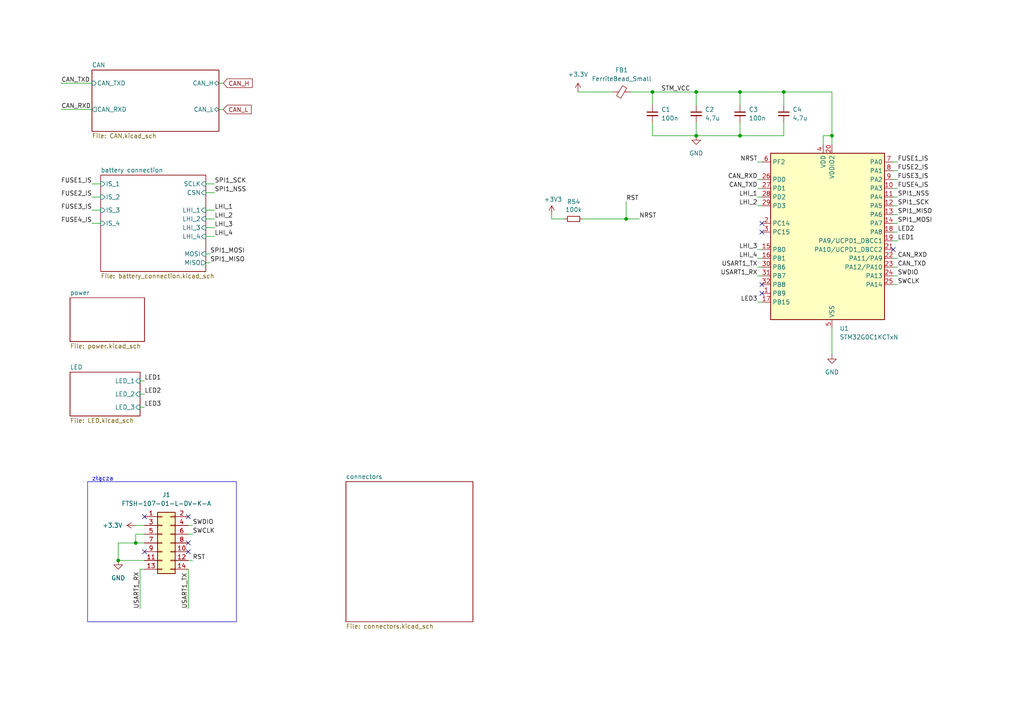
<source format=kicad_sch>
(kicad_sch (version 20230121) (generator eeschema)

  (uuid b652b05a-4e3d-4ad1-b032-18886abe7d45)

  (paper "A4")

  (title_block
    (rev "${REVISION}")
    (company "Author:")
    (comment 1 "Reviewer:")
  )

  (lib_symbols
    (symbol "BMS_LV_2022-rescue:+3.3V-power" (power) (pin_names (offset 0)) (in_bom yes) (on_board yes)
      (property "Reference" "#PWR" (at 0 -3.81 0)
        (effects (font (size 1.27 1.27)) hide)
      )
      (property "Value" "+3.3V-power" (at 0 3.556 0)
        (effects (font (size 1.27 1.27)))
      )
      (property "Footprint" "" (at 0 0 0)
        (effects (font (size 1.27 1.27)) hide)
      )
      (property "Datasheet" "" (at 0 0 0)
        (effects (font (size 1.27 1.27)) hide)
      )
      (symbol "+3.3V-power_0_1"
        (polyline
          (pts
            (xy -0.762 1.27)
            (xy 0 2.54)
          )
          (stroke (width 0) (type solid))
          (fill (type none))
        )
        (polyline
          (pts
            (xy 0 0)
            (xy 0 2.54)
          )
          (stroke (width 0) (type solid))
          (fill (type none))
        )
        (polyline
          (pts
            (xy 0 2.54)
            (xy 0.762 1.27)
          )
          (stroke (width 0) (type solid))
          (fill (type none))
        )
      )
      (symbol "+3.3V-power_1_1"
        (pin power_in line (at 0 0 90) (length 0) hide
          (name "+3V3" (effects (font (size 1.27 1.27))))
          (number "1" (effects (font (size 1.27 1.27))))
        )
      )
    )
    (symbol "Device:C_Small" (pin_numbers hide) (pin_names (offset 0.254) hide) (in_bom yes) (on_board yes)
      (property "Reference" "C" (at 0.254 1.778 0)
        (effects (font (size 1.27 1.27)) (justify left))
      )
      (property "Value" "C_Small" (at 0.254 -2.032 0)
        (effects (font (size 1.27 1.27)) (justify left))
      )
      (property "Footprint" "" (at 0 0 0)
        (effects (font (size 1.27 1.27)) hide)
      )
      (property "Datasheet" "~" (at 0 0 0)
        (effects (font (size 1.27 1.27)) hide)
      )
      (property "ki_keywords" "capacitor cap" (at 0 0 0)
        (effects (font (size 1.27 1.27)) hide)
      )
      (property "ki_description" "Unpolarized capacitor, small symbol" (at 0 0 0)
        (effects (font (size 1.27 1.27)) hide)
      )
      (property "ki_fp_filters" "C_*" (at 0 0 0)
        (effects (font (size 1.27 1.27)) hide)
      )
      (symbol "C_Small_0_1"
        (polyline
          (pts
            (xy -1.524 -0.508)
            (xy 1.524 -0.508)
          )
          (stroke (width 0.3302) (type default))
          (fill (type none))
        )
        (polyline
          (pts
            (xy -1.524 0.508)
            (xy 1.524 0.508)
          )
          (stroke (width 0.3048) (type default))
          (fill (type none))
        )
      )
      (symbol "C_Small_1_1"
        (pin passive line (at 0 2.54 270) (length 2.032)
          (name "~" (effects (font (size 1.27 1.27))))
          (number "1" (effects (font (size 1.27 1.27))))
        )
        (pin passive line (at 0 -2.54 90) (length 2.032)
          (name "~" (effects (font (size 1.27 1.27))))
          (number "2" (effects (font (size 1.27 1.27))))
        )
      )
    )
    (symbol "Device:FerriteBead_Small" (pin_numbers hide) (pin_names (offset 0)) (in_bom yes) (on_board yes)
      (property "Reference" "FB" (at 1.905 1.27 0)
        (effects (font (size 1.27 1.27)) (justify left))
      )
      (property "Value" "FerriteBead_Small" (at 1.905 -1.27 0)
        (effects (font (size 1.27 1.27)) (justify left))
      )
      (property "Footprint" "" (at -1.778 0 90)
        (effects (font (size 1.27 1.27)) hide)
      )
      (property "Datasheet" "~" (at 0 0 0)
        (effects (font (size 1.27 1.27)) hide)
      )
      (property "ki_keywords" "L ferrite bead inductor filter" (at 0 0 0)
        (effects (font (size 1.27 1.27)) hide)
      )
      (property "ki_description" "Ferrite bead, small symbol" (at 0 0 0)
        (effects (font (size 1.27 1.27)) hide)
      )
      (property "ki_fp_filters" "Inductor_* L_* *Ferrite*" (at 0 0 0)
        (effects (font (size 1.27 1.27)) hide)
      )
      (symbol "FerriteBead_Small_0_1"
        (polyline
          (pts
            (xy 0 -1.27)
            (xy 0 -0.7874)
          )
          (stroke (width 0) (type default))
          (fill (type none))
        )
        (polyline
          (pts
            (xy 0 0.889)
            (xy 0 1.2954)
          )
          (stroke (width 0) (type default))
          (fill (type none))
        )
        (polyline
          (pts
            (xy -1.8288 0.2794)
            (xy -1.1176 1.4986)
            (xy 1.8288 -0.2032)
            (xy 1.1176 -1.4224)
            (xy -1.8288 0.2794)
          )
          (stroke (width 0) (type default))
          (fill (type none))
        )
      )
      (symbol "FerriteBead_Small_1_1"
        (pin passive line (at 0 2.54 270) (length 1.27)
          (name "~" (effects (font (size 1.27 1.27))))
          (number "1" (effects (font (size 1.27 1.27))))
        )
        (pin passive line (at 0 -2.54 90) (length 1.27)
          (name "~" (effects (font (size 1.27 1.27))))
          (number "2" (effects (font (size 1.27 1.27))))
        )
      )
    )
    (symbol "Device:R_Small" (pin_numbers hide) (pin_names (offset 0.254) hide) (in_bom yes) (on_board yes)
      (property "Reference" "R" (at 0.762 0.508 0)
        (effects (font (size 1.27 1.27)) (justify left))
      )
      (property "Value" "R_Small" (at 0.762 -1.016 0)
        (effects (font (size 1.27 1.27)) (justify left))
      )
      (property "Footprint" "" (at 0 0 0)
        (effects (font (size 1.27 1.27)) hide)
      )
      (property "Datasheet" "~" (at 0 0 0)
        (effects (font (size 1.27 1.27)) hide)
      )
      (property "ki_keywords" "R resistor" (at 0 0 0)
        (effects (font (size 1.27 1.27)) hide)
      )
      (property "ki_description" "Resistor, small symbol" (at 0 0 0)
        (effects (font (size 1.27 1.27)) hide)
      )
      (property "ki_fp_filters" "R_*" (at 0 0 0)
        (effects (font (size 1.27 1.27)) hide)
      )
      (symbol "R_Small_0_1"
        (rectangle (start -0.762 1.778) (end 0.762 -1.778)
          (stroke (width 0.2032) (type default))
          (fill (type none))
        )
      )
      (symbol "R_Small_1_1"
        (pin passive line (at 0 2.54 270) (length 0.762)
          (name "~" (effects (font (size 1.27 1.27))))
          (number "1" (effects (font (size 1.27 1.27))))
        )
        (pin passive line (at 0 -2.54 90) (length 0.762)
          (name "~" (effects (font (size 1.27 1.27))))
          (number "2" (effects (font (size 1.27 1.27))))
        )
      )
    )
    (symbol "MCU_ST_STM32G0:STM32G0C1KCTxN" (in_bom yes) (on_board yes)
      (property "Reference" "U" (at -15.24 26.67 0)
        (effects (font (size 1.27 1.27)) (justify left))
      )
      (property "Value" "STM32G0C1KCTxN" (at 5.08 26.67 0)
        (effects (font (size 1.27 1.27)) (justify left))
      )
      (property "Footprint" "Package_QFP:LQFP-32_7x7mm_P0.8mm" (at -15.24 -22.86 0)
        (effects (font (size 1.27 1.27)) (justify right) hide)
      )
      (property "Datasheet" "https://www.st.com/resource/en/datasheet/stm32g0c1kc.pdf" (at 0 0 0)
        (effects (font (size 1.27 1.27)) hide)
      )
      (property "ki_locked" "" (at 0 0 0)
        (effects (font (size 1.27 1.27)))
      )
      (property "ki_keywords" "Arm Cortex-M0+ STM32G0 STM32G0x1" (at 0 0 0)
        (effects (font (size 1.27 1.27)) hide)
      )
      (property "ki_description" "STMicroelectronics Arm Cortex-M0+ MCU, 256KB flash, 144KB RAM, 64 MHz, 1.7-3.6V, 29 GPIO, LQFP32" (at 0 0 0)
        (effects (font (size 1.27 1.27)) hide)
      )
      (property "ki_fp_filters" "LQFP*7x7mm*P0.8mm*" (at 0 0 0)
        (effects (font (size 1.27 1.27)) hide)
      )
      (symbol "STM32G0C1KCTxN_0_1"
        (rectangle (start -15.24 -22.86) (end 17.78 25.4)
          (stroke (width 0.254) (type default))
          (fill (type background))
        )
      )
      (symbol "STM32G0C1KCTxN_1_1"
        (pin bidirectional line (at -17.78 -15.24 0) (length 2.54)
          (name "PB9" (effects (font (size 1.27 1.27))))
          (number "1" (effects (font (size 1.27 1.27))))
          (alternate "DAC1_EXTI9" bidirectional line)
          (alternate "FDCAN1_TX" bidirectional line)
          (alternate "I2C1_SDA" bidirectional line)
          (alternate "I2S2_WS" bidirectional line)
          (alternate "IR_OUT" bidirectional line)
          (alternate "SPI2_NSS" bidirectional line)
          (alternate "TIM17_CH1" bidirectional line)
          (alternate "TIM4_CH4" bidirectional line)
          (alternate "UCPD2_FRSTX1" bidirectional line)
          (alternate "UCPD2_FRSTX2" bidirectional line)
          (alternate "USART3_RX" bidirectional line)
          (alternate "USART6_RX" bidirectional line)
        )
        (pin bidirectional line (at 20.32 15.24 180) (length 2.54)
          (name "PA3" (effects (font (size 1.27 1.27))))
          (number "10" (effects (font (size 1.27 1.27))))
          (alternate "ADC1_IN3" bidirectional line)
          (alternate "COMP2_INP" bidirectional line)
          (alternate "I2S2_MCK" bidirectional line)
          (alternate "LPUART1_RX" bidirectional line)
          (alternate "SPI2_MISO" bidirectional line)
          (alternate "TIM15_CH2" bidirectional line)
          (alternate "TIM2_CH4" bidirectional line)
          (alternate "UCPD2_FRSTX1" bidirectional line)
          (alternate "UCPD2_FRSTX2" bidirectional line)
          (alternate "USART2_RX" bidirectional line)
        )
        (pin bidirectional line (at 20.32 12.7 180) (length 2.54)
          (name "PA4" (effects (font (size 1.27 1.27))))
          (number "11" (effects (font (size 1.27 1.27))))
          (alternate "ADC1_IN4" bidirectional line)
          (alternate "DAC1_OUT1" bidirectional line)
          (alternate "I2S1_WS" bidirectional line)
          (alternate "I2S2_SD" bidirectional line)
          (alternate "LPTIM2_OUT" bidirectional line)
          (alternate "RTC_OUT1" bidirectional line)
          (alternate "RTC_TAMP_IN1" bidirectional line)
          (alternate "RTC_TS" bidirectional line)
          (alternate "SPI1_NSS" bidirectional line)
          (alternate "SPI2_MOSI" bidirectional line)
          (alternate "SYS_WKUP2" bidirectional line)
          (alternate "TIM14_CH1" bidirectional line)
          (alternate "UCPD2_FRSTX1" bidirectional line)
          (alternate "UCPD2_FRSTX2" bidirectional line)
          (alternate "USART6_TX" bidirectional line)
          (alternate "USB_NOE" bidirectional line)
        )
        (pin bidirectional line (at 20.32 10.16 180) (length 2.54)
          (name "PA5" (effects (font (size 1.27 1.27))))
          (number "12" (effects (font (size 1.27 1.27))))
          (alternate "ADC1_IN5" bidirectional line)
          (alternate "CEC" bidirectional line)
          (alternate "DAC1_OUT2" bidirectional line)
          (alternate "I2S1_CK" bidirectional line)
          (alternate "LPTIM2_ETR" bidirectional line)
          (alternate "SPI1_SCK" bidirectional line)
          (alternate "TIM2_CH1" bidirectional line)
          (alternate "TIM2_ETR" bidirectional line)
          (alternate "UCPD1_FRSTX1" bidirectional line)
          (alternate "UCPD1_FRSTX2" bidirectional line)
          (alternate "USART3_TX" bidirectional line)
          (alternate "USART6_RX" bidirectional line)
        )
        (pin bidirectional line (at 20.32 7.62 180) (length 2.54)
          (name "PA6" (effects (font (size 1.27 1.27))))
          (number "13" (effects (font (size 1.27 1.27))))
          (alternate "ADC1_IN6" bidirectional line)
          (alternate "COMP1_OUT" bidirectional line)
          (alternate "I2C2_SDA" bidirectional line)
          (alternate "I2C3_SDA" bidirectional line)
          (alternate "I2S1_MCK" bidirectional line)
          (alternate "LPUART1_CTS" bidirectional line)
          (alternate "SPI1_MISO" bidirectional line)
          (alternate "TIM16_CH1" bidirectional line)
          (alternate "TIM1_BK" bidirectional line)
          (alternate "TIM3_CH1" bidirectional line)
          (alternate "USART3_CTS" bidirectional line)
          (alternate "USART3_NSS" bidirectional line)
          (alternate "USART6_CTS" bidirectional line)
          (alternate "USART6_NSS" bidirectional line)
        )
        (pin bidirectional line (at 20.32 5.08 180) (length 2.54)
          (name "PA7" (effects (font (size 1.27 1.27))))
          (number "14" (effects (font (size 1.27 1.27))))
          (alternate "ADC1_IN7" bidirectional line)
          (alternate "COMP2_OUT" bidirectional line)
          (alternate "I2C2_SCL" bidirectional line)
          (alternate "I2C3_SCL" bidirectional line)
          (alternate "I2S1_SD" bidirectional line)
          (alternate "SPI1_MOSI" bidirectional line)
          (alternate "TIM14_CH1" bidirectional line)
          (alternate "TIM17_CH1" bidirectional line)
          (alternate "TIM1_CH1N" bidirectional line)
          (alternate "TIM3_CH2" bidirectional line)
          (alternate "UCPD1_FRSTX1" bidirectional line)
          (alternate "UCPD1_FRSTX2" bidirectional line)
          (alternate "USART6_CK" bidirectional line)
          (alternate "USART6_DE" bidirectional line)
          (alternate "USART6_RTS" bidirectional line)
        )
        (pin bidirectional line (at -17.78 -2.54 0) (length 2.54)
          (name "PB0" (effects (font (size 1.27 1.27))))
          (number "15" (effects (font (size 1.27 1.27))))
          (alternate "ADC1_IN8" bidirectional line)
          (alternate "COMP1_OUT" bidirectional line)
          (alternate "COMP3_INP" bidirectional line)
          (alternate "FDCAN2_RX" bidirectional line)
          (alternate "I2S1_WS" bidirectional line)
          (alternate "LPTIM1_OUT" bidirectional line)
          (alternate "LPUART2_CTS" bidirectional line)
          (alternate "SPI1_NSS" bidirectional line)
          (alternate "TIM1_CH2N" bidirectional line)
          (alternate "TIM3_CH3" bidirectional line)
          (alternate "UCPD1_FRSTX1" bidirectional line)
          (alternate "UCPD1_FRSTX2" bidirectional line)
          (alternate "USART3_RX" bidirectional line)
          (alternate "USART5_TX" bidirectional line)
        )
        (pin bidirectional line (at -17.78 -5.08 0) (length 2.54)
          (name "PB1" (effects (font (size 1.27 1.27))))
          (number "16" (effects (font (size 1.27 1.27))))
          (alternate "ADC1_IN9" bidirectional line)
          (alternate "COMP1_INM" bidirectional line)
          (alternate "COMP3_OUT" bidirectional line)
          (alternate "FDCAN2_TX" bidirectional line)
          (alternate "LPTIM2_IN1" bidirectional line)
          (alternate "LPUART1_DE" bidirectional line)
          (alternate "LPUART1_RTS" bidirectional line)
          (alternate "LPUART2_DE" bidirectional line)
          (alternate "LPUART2_RTS" bidirectional line)
          (alternate "TIM14_CH1" bidirectional line)
          (alternate "TIM1_CH3N" bidirectional line)
          (alternate "TIM3_CH4" bidirectional line)
          (alternate "USART3_CK" bidirectional line)
          (alternate "USART3_DE" bidirectional line)
          (alternate "USART3_RTS" bidirectional line)
          (alternate "USART5_RX" bidirectional line)
        )
        (pin bidirectional line (at -17.78 -17.78 0) (length 2.54)
          (name "PB15" (effects (font (size 1.27 1.27))))
          (number "17" (effects (font (size 1.27 1.27))))
          (alternate "I2S2_SD" bidirectional line)
          (alternate "RTC_REFIN" bidirectional line)
          (alternate "SPI2_MOSI" bidirectional line)
          (alternate "TIM15_CH1N" bidirectional line)
          (alternate "TIM15_CH2" bidirectional line)
          (alternate "TIM1_CH3N" bidirectional line)
          (alternate "UCPD1_CC2" bidirectional line)
          (alternate "USART6_CTS" bidirectional line)
          (alternate "USART6_NSS" bidirectional line)
        )
        (pin bidirectional line (at 20.32 2.54 180) (length 2.54)
          (name "PA8" (effects (font (size 1.27 1.27))))
          (number "18" (effects (font (size 1.27 1.27))))
          (alternate "CRS1_SYNC" bidirectional line)
          (alternate "I2C2_SMBA" bidirectional line)
          (alternate "I2S2_WS" bidirectional line)
          (alternate "LPTIM2_OUT" bidirectional line)
          (alternate "RCC_MCO" bidirectional line)
          (alternate "SPI2_NSS" bidirectional line)
          (alternate "TIM1_CH1" bidirectional line)
          (alternate "UCPD1_CC1" bidirectional line)
        )
        (pin bidirectional line (at 20.32 0 180) (length 2.54)
          (name "PA9/UCPD1_DBCC1" (effects (font (size 1.27 1.27))))
          (number "19" (effects (font (size 1.27 1.27))))
          (alternate "DAC1_EXTI9" bidirectional line)
          (alternate "I2C1_SCL" bidirectional line)
          (alternate "I2C2_SCL" bidirectional line)
          (alternate "I2S2_MCK" bidirectional line)
          (alternate "RCC_MCO" bidirectional line)
          (alternate "SPI2_MISO" bidirectional line)
          (alternate "TIM15_BK" bidirectional line)
          (alternate "TIM1_CH2" bidirectional line)
          (alternate "UCPD1_DBCC1" bidirectional line)
          (alternate "USART1_TX" bidirectional line)
        )
        (pin bidirectional line (at -17.78 5.08 0) (length 2.54)
          (name "PC14" (effects (font (size 1.27 1.27))))
          (number "2" (effects (font (size 1.27 1.27))))
          (alternate "RCC_OSC32_IN" bidirectional line)
          (alternate "RCC_OSC_IN" bidirectional line)
          (alternate "TIM1_BK2" bidirectional line)
        )
        (pin power_in line (at 2.54 27.94 270) (length 2.54)
          (name "VDDIO2" (effects (font (size 1.27 1.27))))
          (number "20" (effects (font (size 1.27 1.27))))
        )
        (pin bidirectional line (at 20.32 -2.54 180) (length 2.54)
          (name "PA10/UCPD1_DBCC2" (effects (font (size 1.27 1.27))))
          (number "21" (effects (font (size 1.27 1.27))))
          (alternate "I2C1_SDA" bidirectional line)
          (alternate "I2C2_SDA" bidirectional line)
          (alternate "I2S2_SD" bidirectional line)
          (alternate "RCC_MCO_2" bidirectional line)
          (alternate "SPI2_MOSI" bidirectional line)
          (alternate "TIM17_BK" bidirectional line)
          (alternate "TIM1_CH3" bidirectional line)
          (alternate "UCPD1_DBCC2" bidirectional line)
          (alternate "USART1_RX" bidirectional line)
        )
        (pin bidirectional line (at 20.32 -5.08 180) (length 2.54)
          (name "PA11/PA9" (effects (font (size 1.27 1.27))))
          (number "22" (effects (font (size 1.27 1.27))))
          (alternate "ADC1_EXTI11" bidirectional line)
          (alternate "COMP1_OUT" bidirectional line)
          (alternate "FDCAN1_RX" bidirectional line)
          (alternate "I2C2_SCL" bidirectional line)
          (alternate "I2S1_MCK" bidirectional line)
          (alternate "SPI1_MISO" bidirectional line)
          (alternate "TIM1_BK2" bidirectional line)
          (alternate "TIM1_CH4" bidirectional line)
          (alternate "USART1_CTS" bidirectional line)
          (alternate "USART1_NSS" bidirectional line)
          (alternate "USB_DM" bidirectional line)
        )
        (pin bidirectional line (at 20.32 -7.62 180) (length 2.54)
          (name "PA12/PA10" (effects (font (size 1.27 1.27))))
          (number "23" (effects (font (size 1.27 1.27))))
          (alternate "COMP2_OUT" bidirectional line)
          (alternate "FDCAN1_TX" bidirectional line)
          (alternate "I2C2_SDA" bidirectional line)
          (alternate "I2S1_SD" bidirectional line)
          (alternate "I2S_CKIN" bidirectional line)
          (alternate "SPI1_MOSI" bidirectional line)
          (alternate "TIM1_ETR" bidirectional line)
          (alternate "USART1_CK" bidirectional line)
          (alternate "USART1_DE" bidirectional line)
          (alternate "USART1_RTS" bidirectional line)
          (alternate "USB_DP" bidirectional line)
        )
        (pin bidirectional line (at 20.32 -10.16 180) (length 2.54)
          (name "PA13" (effects (font (size 1.27 1.27))))
          (number "24" (effects (font (size 1.27 1.27))))
          (alternate "IR_OUT" bidirectional line)
          (alternate "LPUART2_RX" bidirectional line)
          (alternate "SYS_SWDIO" bidirectional line)
          (alternate "USB_NOE" bidirectional line)
        )
        (pin bidirectional line (at 20.32 -12.7 180) (length 2.54)
          (name "PA14" (effects (font (size 1.27 1.27))))
          (number "25" (effects (font (size 1.27 1.27))))
          (alternate "LPUART2_TX" bidirectional line)
          (alternate "SYS_SWCLK" bidirectional line)
          (alternate "USART2_TX" bidirectional line)
        )
        (pin bidirectional line (at -17.78 17.78 0) (length 2.54)
          (name "PD0" (effects (font (size 1.27 1.27))))
          (number "26" (effects (font (size 1.27 1.27))))
          (alternate "FDCAN1_RX" bidirectional line)
          (alternate "I2S2_WS" bidirectional line)
          (alternate "SPI2_NSS" bidirectional line)
          (alternate "TIM16_CH1" bidirectional line)
          (alternate "UCPD2_CC1" bidirectional line)
        )
        (pin bidirectional line (at -17.78 15.24 0) (length 2.54)
          (name "PD1" (effects (font (size 1.27 1.27))))
          (number "27" (effects (font (size 1.27 1.27))))
          (alternate "FDCAN1_TX" bidirectional line)
          (alternate "I2S2_CK" bidirectional line)
          (alternate "SPI2_SCK" bidirectional line)
          (alternate "TIM17_CH1" bidirectional line)
          (alternate "UCPD2_DBCC1" bidirectional line)
        )
        (pin bidirectional line (at -17.78 12.7 0) (length 2.54)
          (name "PD2" (effects (font (size 1.27 1.27))))
          (number "28" (effects (font (size 1.27 1.27))))
          (alternate "TIM1_CH1N" bidirectional line)
          (alternate "TIM3_ETR" bidirectional line)
          (alternate "UCPD2_CC2" bidirectional line)
          (alternate "USART3_CK" bidirectional line)
          (alternate "USART3_DE" bidirectional line)
          (alternate "USART3_RTS" bidirectional line)
          (alternate "USART5_RX" bidirectional line)
        )
        (pin bidirectional line (at -17.78 10.16 0) (length 2.54)
          (name "PD3" (effects (font (size 1.27 1.27))))
          (number "29" (effects (font (size 1.27 1.27))))
          (alternate "I2S2_MCK" bidirectional line)
          (alternate "SPI2_MISO" bidirectional line)
          (alternate "TIM1_CH2N" bidirectional line)
          (alternate "UCPD2_DBCC2" bidirectional line)
          (alternate "USART2_CTS" bidirectional line)
          (alternate "USART2_NSS" bidirectional line)
          (alternate "USART5_TX" bidirectional line)
        )
        (pin bidirectional line (at -17.78 2.54 0) (length 2.54)
          (name "PC15" (effects (font (size 1.27 1.27))))
          (number "3" (effects (font (size 1.27 1.27))))
          (alternate "RCC_OSC32_EN" bidirectional line)
          (alternate "RCC_OSC32_OUT" bidirectional line)
          (alternate "RCC_OSC_EN" bidirectional line)
          (alternate "TIM15_BK" bidirectional line)
        )
        (pin bidirectional line (at -17.78 -7.62 0) (length 2.54)
          (name "PB6" (effects (font (size 1.27 1.27))))
          (number "30" (effects (font (size 1.27 1.27))))
          (alternate "COMP2_INP" bidirectional line)
          (alternate "FDCAN2_TX" bidirectional line)
          (alternate "I2C1_SCL" bidirectional line)
          (alternate "I2S2_MCK" bidirectional line)
          (alternate "LPTIM1_ETR" bidirectional line)
          (alternate "LPUART2_TX" bidirectional line)
          (alternate "SPI2_MISO" bidirectional line)
          (alternate "TIM16_CH1N" bidirectional line)
          (alternate "TIM1_CH3" bidirectional line)
          (alternate "TIM4_CH1" bidirectional line)
          (alternate "USART1_TX" bidirectional line)
          (alternate "USART5_CTS" bidirectional line)
          (alternate "USART5_NSS" bidirectional line)
        )
        (pin bidirectional line (at -17.78 -10.16 0) (length 2.54)
          (name "PB7" (effects (font (size 1.27 1.27))))
          (number "31" (effects (font (size 1.27 1.27))))
          (alternate "COMP2_INM" bidirectional line)
          (alternate "I2C1_SDA" bidirectional line)
          (alternate "I2S2_SD" bidirectional line)
          (alternate "LPTIM1_IN2" bidirectional line)
          (alternate "LPUART2_RX" bidirectional line)
          (alternate "SPI2_MOSI" bidirectional line)
          (alternate "SYS_PVD_IN" bidirectional line)
          (alternate "TIM17_CH1N" bidirectional line)
          (alternate "TIM4_CH2" bidirectional line)
          (alternate "USART1_RX" bidirectional line)
          (alternate "USART4_CTS" bidirectional line)
          (alternate "USART4_NSS" bidirectional line)
        )
        (pin bidirectional line (at -17.78 -12.7 0) (length 2.54)
          (name "PB8" (effects (font (size 1.27 1.27))))
          (number "32" (effects (font (size 1.27 1.27))))
          (alternate "CEC" bidirectional line)
          (alternate "FDCAN1_RX" bidirectional line)
          (alternate "I2C1_SCL" bidirectional line)
          (alternate "I2S2_CK" bidirectional line)
          (alternate "SPI2_SCK" bidirectional line)
          (alternate "TIM15_BK" bidirectional line)
          (alternate "TIM16_CH1" bidirectional line)
          (alternate "TIM4_CH3" bidirectional line)
          (alternate "USART3_TX" bidirectional line)
          (alternate "USART6_TX" bidirectional line)
        )
        (pin power_in line (at 0 27.94 270) (length 2.54)
          (name "VDD" (effects (font (size 1.27 1.27))))
          (number "4" (effects (font (size 1.27 1.27))))
        )
        (pin power_in line (at 2.54 -25.4 90) (length 2.54)
          (name "VSS" (effects (font (size 1.27 1.27))))
          (number "5" (effects (font (size 1.27 1.27))))
        )
        (pin bidirectional line (at -17.78 22.86 0) (length 2.54)
          (name "PF2" (effects (font (size 1.27 1.27))))
          (number "6" (effects (font (size 1.27 1.27))))
          (alternate "LPUART2_DE" bidirectional line)
          (alternate "LPUART2_RTS" bidirectional line)
          (alternate "LPUART2_TX" bidirectional line)
          (alternate "RCC_MCO" bidirectional line)
        )
        (pin bidirectional line (at 20.32 22.86 180) (length 2.54)
          (name "PA0" (effects (font (size 1.27 1.27))))
          (number "7" (effects (font (size 1.27 1.27))))
          (alternate "ADC1_IN0" bidirectional line)
          (alternate "COMP1_INM" bidirectional line)
          (alternate "COMP1_OUT" bidirectional line)
          (alternate "I2S2_CK" bidirectional line)
          (alternate "LPTIM1_OUT" bidirectional line)
          (alternate "RTC_TAMP_IN2" bidirectional line)
          (alternate "SPI2_SCK" bidirectional line)
          (alternate "SYS_WKUP1" bidirectional line)
          (alternate "TIM2_CH1" bidirectional line)
          (alternate "TIM2_ETR" bidirectional line)
          (alternate "UCPD2_FRSTX1" bidirectional line)
          (alternate "UCPD2_FRSTX2" bidirectional line)
          (alternate "USART2_CTS" bidirectional line)
          (alternate "USART2_NSS" bidirectional line)
          (alternate "USART4_TX" bidirectional line)
        )
        (pin bidirectional line (at 20.32 20.32 180) (length 2.54)
          (name "PA1" (effects (font (size 1.27 1.27))))
          (number "8" (effects (font (size 1.27 1.27))))
          (alternate "ADC1_IN1" bidirectional line)
          (alternate "COMP1_INP" bidirectional line)
          (alternate "I2C1_SMBA" bidirectional line)
          (alternate "I2S1_CK" bidirectional line)
          (alternate "SPI1_SCK" bidirectional line)
          (alternate "TIM15_CH1N" bidirectional line)
          (alternate "TIM2_CH2" bidirectional line)
          (alternate "USART2_CK" bidirectional line)
          (alternate "USART2_DE" bidirectional line)
          (alternate "USART2_RTS" bidirectional line)
          (alternate "USART4_RX" bidirectional line)
        )
        (pin bidirectional line (at 20.32 17.78 180) (length 2.54)
          (name "PA2" (effects (font (size 1.27 1.27))))
          (number "9" (effects (font (size 1.27 1.27))))
          (alternate "ADC1_IN2" bidirectional line)
          (alternate "COMP2_INM" bidirectional line)
          (alternate "COMP2_OUT" bidirectional line)
          (alternate "I2S1_SD" bidirectional line)
          (alternate "LPUART1_TX" bidirectional line)
          (alternate "RCC_LSCO" bidirectional line)
          (alternate "SPI1_MOSI" bidirectional line)
          (alternate "SYS_WKUP4" bidirectional line)
          (alternate "TIM15_CH1" bidirectional line)
          (alternate "TIM2_CH3" bidirectional line)
          (alternate "UCPD1_FRSTX1" bidirectional line)
          (alternate "UCPD1_FRSTX2" bidirectional line)
          (alternate "USART2_TX" bidirectional line)
        )
      )
    )
    (symbol "ftsh-107-01-l-dv-k-a:FTSH-107-01-L-DV-K-A" (pin_names hide) (in_bom yes) (on_board yes)
      (property "Reference" "J" (at -13.97 13.97 0)
        (effects (font (size 1.27 1.27)) (justify left top))
      )
      (property "Value" "FTSH-107-01-L-DV-K-A" (at -13.97 11.43 0)
        (effects (font (size 1.27 1.27)) (justify left top))
      )
      (property "Footprint" "Samacsys:FTSH-107-XX-YYY-DV-K-A" (at 19.05 -94.92 0)
        (effects (font (size 1.27 1.27)) (justify left top) hide)
      )
      (property "Datasheet" "http://suddendocs.samtec.com/prints/ftsh-1xx-xx-xxx-dv-xxx-xxx-mkt.pdf" (at 19.05 -194.92 0)
        (effects (font (size 1.27 1.27)) (justify left top) hide)
      )
      (property "Height" "" (at 19.05 -394.92 0)
        (effects (font (size 1.27 1.27)) (justify left top) hide)
      )
      (property "Mouser Part Number" "200-FTSH10701LDVKA" (at 19.05 -494.92 0)
        (effects (font (size 1.27 1.27)) (justify left top) hide)
      )
      (property "Mouser Price/Stock" "https://www.mouser.co.uk/ProductDetail/Samtec/FTSH-107-01-L-DV-K-A?qs=PB6%2FjmICvI3xEHFou4PhNg%3D%3D" (at 19.05 -594.92 0)
        (effects (font (size 1.27 1.27)) (justify left top) hide)
      )
      (property "Manufacturer_Name" "SAMTEC" (at 19.05 -694.92 0)
        (effects (font (size 1.27 1.27)) (justify left top) hide)
      )
      (property "Manufacturer_Part_Number" "FTSH-107-01-L-DV-K-A" (at 19.05 -794.92 0)
        (effects (font (size 1.27 1.27)) (justify left top) hide)
      )
      (property "ki_description" "14 position, High Reliability Header Strips, 0.050&quot; pitch, Dual-Row Vertical" (at 0 0 0)
        (effects (font (size 1.27 1.27)) hide)
      )
      (symbol "FTSH-107-01-L-DV-K-A_1_1"
        (rectangle (start -2.54 -7.493) (end -1.27 -7.747)
          (stroke (width 0.1524) (type default))
          (fill (type none))
        )
        (rectangle (start -2.54 -4.953) (end -1.27 -5.207)
          (stroke (width 0.1524) (type default))
          (fill (type none))
        )
        (rectangle (start -2.54 -2.413) (end -1.27 -2.667)
          (stroke (width 0.1524) (type default))
          (fill (type none))
        )
        (rectangle (start -2.54 0.127) (end -1.27 -0.127)
          (stroke (width 0.1524) (type default))
          (fill (type none))
        )
        (rectangle (start -2.54 2.667) (end -1.27 2.413)
          (stroke (width 0.1524) (type default))
          (fill (type none))
        )
        (rectangle (start -2.54 5.207) (end -1.27 4.953)
          (stroke (width 0.1524) (type default))
          (fill (type none))
        )
        (rectangle (start -2.54 7.747) (end -1.27 7.493)
          (stroke (width 0.1524) (type default))
          (fill (type none))
        )
        (rectangle (start -2.54 8.89) (end 2.54 -8.89)
          (stroke (width 0.254) (type default))
          (fill (type background))
        )
        (rectangle (start 2.54 -7.493) (end 1.27 -7.747)
          (stroke (width 0.1524) (type default))
          (fill (type none))
        )
        (rectangle (start 2.54 -4.953) (end 1.27 -5.207)
          (stroke (width 0.1524) (type default))
          (fill (type none))
        )
        (rectangle (start 2.54 -2.413) (end 1.27 -2.667)
          (stroke (width 0.1524) (type default))
          (fill (type none))
        )
        (rectangle (start 2.54 0.127) (end 1.27 -0.127)
          (stroke (width 0.1524) (type default))
          (fill (type none))
        )
        (rectangle (start 2.54 2.667) (end 1.27 2.413)
          (stroke (width 0.1524) (type default))
          (fill (type none))
        )
        (rectangle (start 2.54 5.207) (end 1.27 4.953)
          (stroke (width 0.1524) (type default))
          (fill (type none))
        )
        (rectangle (start 2.54 7.747) (end 1.27 7.493)
          (stroke (width 0.1524) (type default))
          (fill (type none))
        )
        (pin passive line (at -6.35 7.62 0) (length 3.81)
          (name "Pin_1" (effects (font (size 1.27 1.27))))
          (number "1" (effects (font (size 1.27 1.27))))
        )
        (pin passive line (at 6.35 -2.54 180) (length 3.81)
          (name "Pin_10" (effects (font (size 1.27 1.27))))
          (number "10" (effects (font (size 1.27 1.27))))
        )
        (pin passive line (at -6.35 -5.08 0) (length 3.81)
          (name "Pin_11" (effects (font (size 1.27 1.27))))
          (number "11" (effects (font (size 1.27 1.27))))
        )
        (pin passive line (at 6.35 -5.08 180) (length 3.81)
          (name "Pin_12" (effects (font (size 1.27 1.27))))
          (number "12" (effects (font (size 1.27 1.27))))
        )
        (pin passive line (at -6.35 -7.62 0) (length 3.81)
          (name "Pin_13" (effects (font (size 1.27 1.27))))
          (number "13" (effects (font (size 1.27 1.27))))
        )
        (pin passive line (at 6.35 -7.62 180) (length 3.81)
          (name "Pin_14" (effects (font (size 1.27 1.27))))
          (number "14" (effects (font (size 1.27 1.27))))
        )
        (pin passive line (at 6.35 7.62 180) (length 3.81)
          (name "Pin_2" (effects (font (size 1.27 1.27))))
          (number "2" (effects (font (size 1.27 1.27))))
        )
        (pin passive line (at -6.35 5.08 0) (length 3.81)
          (name "Pin_3" (effects (font (size 1.27 1.27))))
          (number "3" (effects (font (size 1.27 1.27))))
        )
        (pin passive line (at 6.35 5.08 180) (length 3.81)
          (name "Pin_4" (effects (font (size 1.27 1.27))))
          (number "4" (effects (font (size 1.27 1.27))))
        )
        (pin passive line (at -6.35 2.54 0) (length 3.81)
          (name "Pin_5" (effects (font (size 1.27 1.27))))
          (number "5" (effects (font (size 1.27 1.27))))
        )
        (pin passive line (at 6.35 2.54 180) (length 3.81)
          (name "Pin_6" (effects (font (size 1.27 1.27))))
          (number "6" (effects (font (size 1.27 1.27))))
        )
        (pin passive line (at -6.35 0 0) (length 3.81)
          (name "Pin_7" (effects (font (size 1.27 1.27))))
          (number "7" (effects (font (size 1.27 1.27))))
        )
        (pin passive line (at 6.35 0 180) (length 3.81)
          (name "Pin_8" (effects (font (size 1.27 1.27))))
          (number "8" (effects (font (size 1.27 1.27))))
        )
        (pin passive line (at -6.35 -2.54 0) (length 3.81)
          (name "Pin_9" (effects (font (size 1.27 1.27))))
          (number "9" (effects (font (size 1.27 1.27))))
        )
      )
    )
    (symbol "power:+3.3V" (power) (pin_names (offset 0)) (in_bom yes) (on_board yes)
      (property "Reference" "#PWR" (at 0 -3.81 0)
        (effects (font (size 1.27 1.27)) hide)
      )
      (property "Value" "+3.3V" (at 0 3.556 0)
        (effects (font (size 1.27 1.27)))
      )
      (property "Footprint" "" (at 0 0 0)
        (effects (font (size 1.27 1.27)) hide)
      )
      (property "Datasheet" "" (at 0 0 0)
        (effects (font (size 1.27 1.27)) hide)
      )
      (property "ki_keywords" "global power" (at 0 0 0)
        (effects (font (size 1.27 1.27)) hide)
      )
      (property "ki_description" "Power symbol creates a global label with name \"+3.3V\"" (at 0 0 0)
        (effects (font (size 1.27 1.27)) hide)
      )
      (symbol "+3.3V_0_1"
        (polyline
          (pts
            (xy -0.762 1.27)
            (xy 0 2.54)
          )
          (stroke (width 0) (type default))
          (fill (type none))
        )
        (polyline
          (pts
            (xy 0 0)
            (xy 0 2.54)
          )
          (stroke (width 0) (type default))
          (fill (type none))
        )
        (polyline
          (pts
            (xy 0 2.54)
            (xy 0.762 1.27)
          )
          (stroke (width 0) (type default))
          (fill (type none))
        )
      )
      (symbol "+3.3V_1_1"
        (pin power_in line (at 0 0 90) (length 0) hide
          (name "+3.3V" (effects (font (size 1.27 1.27))))
          (number "1" (effects (font (size 1.27 1.27))))
        )
      )
    )
    (symbol "power:GND" (power) (pin_names (offset 0)) (in_bom yes) (on_board yes)
      (property "Reference" "#PWR" (at 0 -6.35 0)
        (effects (font (size 1.27 1.27)) hide)
      )
      (property "Value" "GND" (at 0 -3.81 0)
        (effects (font (size 1.27 1.27)))
      )
      (property "Footprint" "" (at 0 0 0)
        (effects (font (size 1.27 1.27)) hide)
      )
      (property "Datasheet" "" (at 0 0 0)
        (effects (font (size 1.27 1.27)) hide)
      )
      (property "ki_keywords" "global power" (at 0 0 0)
        (effects (font (size 1.27 1.27)) hide)
      )
      (property "ki_description" "Power symbol creates a global label with name \"GND\" , ground" (at 0 0 0)
        (effects (font (size 1.27 1.27)) hide)
      )
      (symbol "GND_0_1"
        (polyline
          (pts
            (xy 0 0)
            (xy 0 -1.27)
            (xy 1.27 -1.27)
            (xy 0 -2.54)
            (xy -1.27 -1.27)
            (xy 0 -1.27)
          )
          (stroke (width 0) (type default))
          (fill (type none))
        )
      )
      (symbol "GND_1_1"
        (pin power_in line (at 0 0 270) (length 0) hide
          (name "GND" (effects (font (size 1.27 1.27))))
          (number "1" (effects (font (size 1.27 1.27))))
        )
      )
    )
  )

  (junction (at 201.93 26.67) (diameter 0) (color 0 0 0 0)
    (uuid 0571dc4f-dc85-4c0e-8bd8-991ae45c8a52)
  )
  (junction (at 189.23 26.67) (diameter 0) (color 0 0 0 0)
    (uuid 438875c5-ec89-4bfa-84ca-adad961144c0)
  )
  (junction (at 39.37 157.48) (diameter 0) (color 0 0 0 0)
    (uuid 63187c1f-2563-4a35-b02f-38a01e20e1b8)
  )
  (junction (at 241.3 39.37) (diameter 0) (color 0 0 0 0)
    (uuid 7e3ea07f-fd82-4c0c-968d-d1590e2a09ee)
  )
  (junction (at 214.63 26.67) (diameter 0) (color 0 0 0 0)
    (uuid 86b26b71-bfae-40db-83dc-137cd2752dd1)
  )
  (junction (at 214.63 39.37) (diameter 0) (color 0 0 0 0)
    (uuid 895f32f9-93f1-499d-978f-bbc5082807b6)
  )
  (junction (at 201.93 39.37) (diameter 0) (color 0 0 0 0)
    (uuid d438c182-9bad-4bc5-97a3-8cb2d5a636d7)
  )
  (junction (at 227.33 26.67) (diameter 0) (color 0 0 0 0)
    (uuid ddbd7c14-0d53-4350-bacb-dd9818017b42)
  )
  (junction (at 181.61 63.5) (diameter 0) (color 0 0 0 0)
    (uuid dff0cfb2-6b26-4d36-b0c4-cf0b4b54171f)
  )
  (junction (at 34.29 162.56) (diameter 0) (color 0 0 0 0)
    (uuid fe30f75d-7cf7-4f43-aaf8-d930b4f70a65)
  )

  (no_connect (at 54.61 149.86) (uuid 28a58c07-1c9a-41c4-b8e8-c74634f988b0))
  (no_connect (at 220.98 67.31) (uuid 3e4fd700-cc1e-42a5-b806-b02a00630e46))
  (no_connect (at 220.98 85.09) (uuid 439c380e-421d-48c9-a84e-27ac328b461d))
  (no_connect (at 41.91 149.86) (uuid 5ead5e9c-07b0-47c2-a38b-48ea6daea9f0))
  (no_connect (at 259.08 72.39) (uuid 666e0e07-22ed-4b11-9721-73fc18c1580f))
  (no_connect (at 54.61 157.48) (uuid 9f7e13f9-0d3e-4bdb-8085-57b3f1da5b42))
  (no_connect (at 41.91 160.02) (uuid a38db1ab-1c5e-4605-9118-c9fd943b221e))
  (no_connect (at 220.98 64.77) (uuid f3cbaa50-8908-4080-a6cb-e0495ff44382))
  (no_connect (at 220.98 82.55) (uuid f8df92f3-f122-4a6d-b1f5-f449cc9221e5))
  (no_connect (at 54.61 160.02) (uuid ff94c361-cb32-431b-aaca-3cc88bf5d108))

  (wire (pts (xy 39.37 152.4) (xy 41.91 152.4))
    (stroke (width 0) (type default))
    (uuid 07748578-40b4-43fb-ab29-e56b17186d6f)
  )
  (wire (pts (xy 259.08 82.55) (xy 260.35 82.55))
    (stroke (width 0) (type default))
    (uuid 093996f2-bf34-4a1f-8b2c-f2bf215c0ad5)
  )
  (wire (pts (xy 34.29 157.48) (xy 34.29 162.56))
    (stroke (width 0) (type default))
    (uuid 0a8d3b03-27ea-4f04-88a8-595c3213f3d9)
  )
  (wire (pts (xy 54.61 162.56) (xy 55.88 162.56))
    (stroke (width 0) (type default))
    (uuid 0d94f248-39d4-492d-aba1-2b80d912b6f7)
  )
  (wire (pts (xy 34.29 157.48) (xy 39.37 157.48))
    (stroke (width 0) (type default))
    (uuid 10c0b080-e42f-4ee1-8dca-46cff075a807)
  )
  (wire (pts (xy 40.64 118.11) (xy 41.91 118.11))
    (stroke (width 0) (type default))
    (uuid 11b2c991-fe25-47fd-8bb1-0d45c51d8993)
  )
  (wire (pts (xy 181.61 58.42) (xy 181.61 63.5))
    (stroke (width 0) (type default))
    (uuid 1399009d-554e-4dff-ad30-e89a866ffb91)
  )
  (wire (pts (xy 259.08 49.53) (xy 260.35 49.53))
    (stroke (width 0) (type default))
    (uuid 14ad43ae-4acc-4e06-8134-b4357ad1afc8)
  )
  (wire (pts (xy 259.08 52.07) (xy 260.35 52.07))
    (stroke (width 0) (type default))
    (uuid 151cc01e-4ff2-4aef-931b-04df2986cc9c)
  )
  (wire (pts (xy 241.3 26.67) (xy 241.3 39.37))
    (stroke (width 0) (type default))
    (uuid 1941ed88-51c2-41d6-9b18-9efb4824773c)
  )
  (wire (pts (xy 201.93 26.67) (xy 201.93 30.48))
    (stroke (width 0) (type default))
    (uuid 1b140eb9-0f1e-4edd-bfd2-e25d2e3f07fc)
  )
  (wire (pts (xy 259.08 46.99) (xy 260.35 46.99))
    (stroke (width 0) (type default))
    (uuid 1d758036-5ef7-4110-92af-4ad2b7f0ab2e)
  )
  (wire (pts (xy 54.61 152.4) (xy 55.88 152.4))
    (stroke (width 0) (type default))
    (uuid 1e20463f-a30b-403a-9307-1c729201ef1d)
  )
  (wire (pts (xy 259.08 54.61) (xy 260.35 54.61))
    (stroke (width 0) (type default))
    (uuid 1fe727a8-2446-4977-8cd0-5e7a6a427786)
  )
  (wire (pts (xy 259.08 69.85) (xy 260.35 69.85))
    (stroke (width 0) (type default))
    (uuid 2224ca26-bb93-4170-973d-1292da2b7932)
  )
  (wire (pts (xy 227.33 26.67) (xy 241.3 26.67))
    (stroke (width 0) (type default))
    (uuid 22f0cef5-ea3c-4681-861f-e4af0f9f166b)
  )
  (wire (pts (xy 189.23 35.56) (xy 189.23 39.37))
    (stroke (width 0) (type default))
    (uuid 2718b50e-0618-400c-9e5b-69ff998b04cf)
  )
  (wire (pts (xy 259.08 74.93) (xy 260.35 74.93))
    (stroke (width 0) (type default))
    (uuid 278f1346-c2d3-40ec-9b28-7229f74c9d18)
  )
  (wire (pts (xy 238.76 39.37) (xy 238.76 41.91))
    (stroke (width 0) (type default))
    (uuid 290e9937-44f2-409f-a6d0-6b9dd1c0eb45)
  )
  (wire (pts (xy 59.69 53.34) (xy 62.23 53.34))
    (stroke (width 0) (type default))
    (uuid 2bae63de-c58f-49b5-8368-0afe3c21f4fa)
  )
  (wire (pts (xy 259.08 57.15) (xy 260.35 57.15))
    (stroke (width 0) (type default))
    (uuid 2f8bc394-4cdb-45c9-ab48-cdf888d18164)
  )
  (wire (pts (xy 201.93 26.67) (xy 214.63 26.67))
    (stroke (width 0) (type default))
    (uuid 2fd6f5d4-eaa9-4839-875a-53347170ae44)
  )
  (wire (pts (xy 41.91 157.48) (xy 39.37 157.48))
    (stroke (width 0) (type default))
    (uuid 36d69044-4f8d-4a40-bf29-3f00ad50a5fd)
  )
  (wire (pts (xy 189.23 39.37) (xy 201.93 39.37))
    (stroke (width 0) (type default))
    (uuid 3889eb58-8fc3-4246-b464-e8f6e35fa356)
  )
  (wire (pts (xy 40.64 176.53) (xy 40.64 165.1))
    (stroke (width 0) (type default))
    (uuid 39947fea-6466-4e2c-9bcb-06bb4b7ad18f)
  )
  (wire (pts (xy 181.61 63.5) (xy 185.42 63.5))
    (stroke (width 0) (type default))
    (uuid 43b580e0-91ed-43d5-a67d-dbdca0dde592)
  )
  (wire (pts (xy 167.64 26.67) (xy 177.8 26.67))
    (stroke (width 0) (type default))
    (uuid 4550eb1a-6953-4026-a3b3-1088b01ca794)
  )
  (wire (pts (xy 201.93 39.37) (xy 214.63 39.37))
    (stroke (width 0) (type default))
    (uuid 468ff0f2-5670-416e-831a-1dd7d85eb1a4)
  )
  (wire (pts (xy 54.61 154.94) (xy 55.88 154.94))
    (stroke (width 0) (type default))
    (uuid 47384757-d0be-49c5-87f9-f7ab3909c936)
  )
  (wire (pts (xy 259.08 80.01) (xy 260.35 80.01))
    (stroke (width 0) (type default))
    (uuid 4ad3c6da-9481-4e26-87d7-5bb1dafd033c)
  )
  (wire (pts (xy 40.64 110.49) (xy 41.91 110.49))
    (stroke (width 0) (type default))
    (uuid 503d221a-0083-4e30-8e7b-4e577851879d)
  )
  (wire (pts (xy 259.08 64.77) (xy 260.35 64.77))
    (stroke (width 0) (type default))
    (uuid 57b1a48c-2d6b-432c-934c-3184fa4a3b67)
  )
  (wire (pts (xy 241.3 95.25) (xy 241.3 102.87))
    (stroke (width 0) (type default))
    (uuid 5e64fbe5-8e46-41f8-9465-916569a9f1ec)
  )
  (wire (pts (xy 59.69 63.5) (xy 62.23 63.5))
    (stroke (width 0) (type default))
    (uuid 5f1e300c-aab6-470d-bb78-01302d7c40a0)
  )
  (wire (pts (xy 59.69 68.58) (xy 62.23 68.58))
    (stroke (width 0) (type default))
    (uuid 629e710c-59be-43e7-a99e-825c1978254f)
  )
  (wire (pts (xy 219.71 54.61) (xy 220.98 54.61))
    (stroke (width 0) (type default))
    (uuid 6426139e-f17e-445e-ae51-7c87b159f804)
  )
  (wire (pts (xy 219.71 74.93) (xy 220.98 74.93))
    (stroke (width 0) (type default))
    (uuid 660c00ec-ca31-4874-a990-f7c9d17fd67a)
  )
  (wire (pts (xy 59.69 66.04) (xy 62.23 66.04))
    (stroke (width 0) (type default))
    (uuid 6a548a57-36fc-4831-82f4-124d27fb7243)
  )
  (wire (pts (xy 219.71 87.63) (xy 220.98 87.63))
    (stroke (width 0) (type default))
    (uuid 77b84e7c-d6f0-415d-9380-1bb527fac31c)
  )
  (wire (pts (xy 26.67 57.15) (xy 29.21 57.15))
    (stroke (width 0) (type default))
    (uuid 7ea708c8-ea8c-40d9-ade0-ecd4ebbb8071)
  )
  (wire (pts (xy 40.64 165.1) (xy 41.91 165.1))
    (stroke (width 0) (type default))
    (uuid 7fb46cba-3f6c-4bc9-900f-d27d64dafba8)
  )
  (wire (pts (xy 182.88 26.67) (xy 189.23 26.67))
    (stroke (width 0) (type default))
    (uuid 821d6722-935f-4f98-8212-ba11ac599b0b)
  )
  (wire (pts (xy 219.71 77.47) (xy 220.98 77.47))
    (stroke (width 0) (type default))
    (uuid 861ca61b-c20a-4211-bc4e-7617adc4979a)
  )
  (wire (pts (xy 241.3 39.37) (xy 238.76 39.37))
    (stroke (width 0) (type default))
    (uuid 87301ca0-1544-40af-80ab-81936493a637)
  )
  (wire (pts (xy 26.67 53.34) (xy 29.21 53.34))
    (stroke (width 0) (type default))
    (uuid 880dbf84-c0ea-43dc-8e52-9551f729ee60)
  )
  (wire (pts (xy 227.33 26.67) (xy 227.33 30.48))
    (stroke (width 0) (type default))
    (uuid 8e2a1df6-ff77-4437-8b53-0eb37e80e867)
  )
  (wire (pts (xy 163.83 63.5) (xy 160.02 63.5))
    (stroke (width 0) (type default))
    (uuid 93a2abe2-a35f-4bdb-8f1e-6fa04837f996)
  )
  (wire (pts (xy 54.61 176.53) (xy 54.61 165.1))
    (stroke (width 0) (type default))
    (uuid 95868adf-fb8a-4484-b161-81edad9ba37f)
  )
  (wire (pts (xy 219.71 80.01) (xy 220.98 80.01))
    (stroke (width 0) (type default))
    (uuid 99a9c917-3645-4d0c-a186-3e77db9b8b05)
  )
  (wire (pts (xy 214.63 39.37) (xy 227.33 39.37))
    (stroke (width 0) (type default))
    (uuid 9b0643ec-e0d2-4e90-8e81-a9f729b53acc)
  )
  (wire (pts (xy 59.69 73.66) (xy 60.96 73.66))
    (stroke (width 0) (type default))
    (uuid 9ee48dae-58f9-41dc-99c8-cdf52583742e)
  )
  (wire (pts (xy 219.71 46.99) (xy 220.98 46.99))
    (stroke (width 0) (type default))
    (uuid a2aef105-bf8d-4034-957f-68dae69cee49)
  )
  (wire (pts (xy 227.33 35.56) (xy 227.33 39.37))
    (stroke (width 0) (type default))
    (uuid a5e74314-67aa-4d3c-9ca8-e7b775ad59ab)
  )
  (wire (pts (xy 39.37 154.94) (xy 41.91 154.94))
    (stroke (width 0) (type default))
    (uuid aa5bcb5f-a6b8-43d6-a9a8-c8a85cb4bfb0)
  )
  (wire (pts (xy 39.37 157.48) (xy 39.37 154.94))
    (stroke (width 0) (type default))
    (uuid af470a7c-6957-408f-98b6-7ef045f1a5a8)
  )
  (wire (pts (xy 26.67 60.96) (xy 29.21 60.96))
    (stroke (width 0) (type default))
    (uuid b5c7f31a-b7b5-4db7-8bf6-54b38476831e)
  )
  (wire (pts (xy 189.23 30.48) (xy 189.23 26.67))
    (stroke (width 0) (type default))
    (uuid b65e18d9-a5d8-4b14-9b98-a03e017b8943)
  )
  (wire (pts (xy 219.71 52.07) (xy 220.98 52.07))
    (stroke (width 0) (type default))
    (uuid b8299ee9-fcf5-4d3e-bcea-20aa74d63dd6)
  )
  (wire (pts (xy 259.08 67.31) (xy 260.35 67.31))
    (stroke (width 0) (type default))
    (uuid b8e1d2ca-cbf9-47bc-9176-622365d2177f)
  )
  (wire (pts (xy 201.93 35.56) (xy 201.93 39.37))
    (stroke (width 0) (type default))
    (uuid badf1436-072e-4622-a09e-198938139cf6)
  )
  (wire (pts (xy 63.5 31.75) (xy 64.77 31.75))
    (stroke (width 0) (type default))
    (uuid bd90aaed-a0ca-4bf5-b18b-49bdd5ee2058)
  )
  (wire (pts (xy 259.08 77.47) (xy 260.35 77.47))
    (stroke (width 0) (type default))
    (uuid bdb30e42-72ec-4cd3-ae63-691f676aa32a)
  )
  (wire (pts (xy 59.69 60.96) (xy 62.23 60.96))
    (stroke (width 0) (type default))
    (uuid c07d50f3-3eb6-431e-beae-53c2fa596d49)
  )
  (wire (pts (xy 59.69 55.88) (xy 62.23 55.88))
    (stroke (width 0) (type default))
    (uuid c25b03f8-e8eb-41c5-ab77-7b95c6258055)
  )
  (wire (pts (xy 59.69 76.2) (xy 60.96 76.2))
    (stroke (width 0) (type default))
    (uuid c379076e-56ba-49df-aa0d-76ebf1dd190a)
  )
  (wire (pts (xy 241.3 39.37) (xy 241.3 41.91))
    (stroke (width 0) (type default))
    (uuid c6b0b96c-4beb-4d0b-ab66-692d9ad05a37)
  )
  (wire (pts (xy 17.78 31.75) (xy 26.67 31.75))
    (stroke (width 0) (type default))
    (uuid ca3278e2-7ee6-4c29-8c4c-269f6288d09b)
  )
  (wire (pts (xy 189.23 26.67) (xy 201.93 26.67))
    (stroke (width 0) (type default))
    (uuid cb2d4fd1-233b-45d2-a4ee-7bcbb4676ca1)
  )
  (wire (pts (xy 219.71 57.15) (xy 220.98 57.15))
    (stroke (width 0) (type default))
    (uuid cdc8d77a-0ca1-457f-ba97-4a0e0c9ed753)
  )
  (wire (pts (xy 219.71 72.39) (xy 220.98 72.39))
    (stroke (width 0) (type default))
    (uuid cfd130cc-b27a-4dab-8748-ea76e1e16915)
  )
  (wire (pts (xy 214.63 26.67) (xy 227.33 26.67))
    (stroke (width 0) (type default))
    (uuid d17c74d5-113d-4a62-82f7-470101c44cb7)
  )
  (wire (pts (xy 160.02 63.5) (xy 160.02 62.23))
    (stroke (width 0) (type default))
    (uuid d347566d-f5c9-4274-81f5-7e6dabe3d655)
  )
  (wire (pts (xy 214.63 26.67) (xy 214.63 30.48))
    (stroke (width 0) (type default))
    (uuid d7ace607-15d4-4288-88af-b9b67b9b343d)
  )
  (wire (pts (xy 26.67 64.77) (xy 29.21 64.77))
    (stroke (width 0) (type default))
    (uuid db9ae7d3-eb9a-4018-bba9-1e90a2f180d0)
  )
  (wire (pts (xy 219.71 59.69) (xy 220.98 59.69))
    (stroke (width 0) (type default))
    (uuid deea8ef3-3b92-43c5-94ec-19e69ac9f0be)
  )
  (wire (pts (xy 259.08 59.69) (xy 260.35 59.69))
    (stroke (width 0) (type default))
    (uuid e87cf2a8-0fb4-409e-925f-69df4b02fc10)
  )
  (wire (pts (xy 34.29 162.56) (xy 41.91 162.56))
    (stroke (width 0) (type default))
    (uuid ec9e7a3b-54fd-4d93-9a2d-3eaa90f53494)
  )
  (wire (pts (xy 214.63 35.56) (xy 214.63 39.37))
    (stroke (width 0) (type default))
    (uuid f07a3e13-1f66-45e4-8cc7-5cfc8b114870)
  )
  (wire (pts (xy 17.78 24.13) (xy 26.67 24.13))
    (stroke (width 0) (type default))
    (uuid f0ba75f3-9acf-4c11-bd78-1cf70a500aa7)
  )
  (wire (pts (xy 40.64 114.3) (xy 41.91 114.3))
    (stroke (width 0) (type default))
    (uuid f44dc31a-938a-4324-9146-09e937f554ff)
  )
  (wire (pts (xy 259.08 62.23) (xy 260.35 62.23))
    (stroke (width 0) (type default))
    (uuid fd2230e3-86fd-4066-957c-fe42520672bf)
  )
  (wire (pts (xy 168.91 63.5) (xy 181.61 63.5))
    (stroke (width 0) (type default))
    (uuid ff6944e0-5169-468f-8bfe-6f67f05dc060)
  )
  (wire (pts (xy 63.5 24.13) (xy 64.77 24.13))
    (stroke (width 0) (type default))
    (uuid ff8bc531-e8cc-42e7-aea9-fd1cff8577ea)
  )

  (rectangle (start 25.4 139.7) (end 68.58 180.34)
    (stroke (width 0) (type default))
    (fill (type none))
    (uuid 127851c0-760c-45f3-98a9-a1d1511fe4e1)
  )
  (rectangle (start 24.13 139.7) (end 24.13 139.7)
    (stroke (width 0) (type default))
    (fill (type none))
    (uuid 9ea71cbe-0dc2-4e13-89c2-656f18d80192)
  )

  (text "złącza\n" (at 26.67 139.7 0)
    (effects (font (size 1.27 1.27)) (justify left bottom))
    (uuid d6cad8d8-36e5-4562-8e55-6e761690d20c)
  )

  (label "LED3" (at 41.91 118.11 0) (fields_autoplaced)
    (effects (font (size 1.27 1.27)) (justify left bottom))
    (uuid 02480c0d-60ca-4b46-aba0-e906e4d9bb43)
  )
  (label "SPI1_MISO" (at 60.96 76.2 0) (fields_autoplaced)
    (effects (font (size 1.27 1.27)) (justify left bottom))
    (uuid 029bf356-70d8-4181-87da-a0fb0b6f8cb8)
  )
  (label "FUSE3_IS" (at 26.67 60.96 180) (fields_autoplaced)
    (effects (font (size 1.27 1.27)) (justify right bottom))
    (uuid 03481987-3e46-4368-9204-c40014aff3da)
  )
  (label "SWCLK" (at 260.35 82.55 0) (fields_autoplaced)
    (effects (font (size 1.27 1.27)) (justify left bottom))
    (uuid 0e0a38d6-06f7-4cf5-8a71-e250b42df51f)
  )
  (label "SPI1_NSS" (at 260.35 57.15 0) (fields_autoplaced)
    (effects (font (size 1.27 1.27)) (justify left bottom))
    (uuid 0f287de2-4712-4db3-869d-f974cca7357c)
  )
  (label "SPI1_MOSI" (at 60.96 73.66 0) (fields_autoplaced)
    (effects (font (size 1.27 1.27)) (justify left bottom))
    (uuid 11fcf1a4-04e2-4063-8f60-0410c87da819)
  )
  (label "LED1" (at 41.91 110.49 0) (fields_autoplaced)
    (effects (font (size 1.27 1.27)) (justify left bottom))
    (uuid 15ce2e90-f1a1-45d9-8a36-d6ecf1929017)
  )
  (label "CAN_TXD" (at 219.71 54.61 180) (fields_autoplaced)
    (effects (font (size 1.27 1.27)) (justify right bottom))
    (uuid 16849d2e-d613-4dfb-bed1-8a863c58b234)
  )
  (label "LED3" (at 219.71 87.63 180) (fields_autoplaced)
    (effects (font (size 1.27 1.27)) (justify right bottom))
    (uuid 19bb26af-217b-49d0-a63d-f476965862f8)
  )
  (label "CAN_RXD" (at 17.78 31.75 0) (fields_autoplaced)
    (effects (font (size 1.27 1.27)) (justify left bottom))
    (uuid 29a206a6-a964-4286-aafa-c9d4c0777ecd)
  )
  (label "USART1_TX" (at 54.61 176.53 90) (fields_autoplaced)
    (effects (font (size 1.27 1.27)) (justify left bottom))
    (uuid 338a71e9-3605-4a35-ad14-fffcb1bfebe8)
  )
  (label "CAN_TXD" (at 260.35 77.47 0) (fields_autoplaced)
    (effects (font (size 1.27 1.27)) (justify left bottom))
    (uuid 3403119f-4a80-4da6-8fac-1921fec26353)
  )
  (label "FUSE1_IS" (at 26.67 53.34 180) (fields_autoplaced)
    (effects (font (size 1.27 1.27)) (justify right bottom))
    (uuid 3992b650-698e-4cb1-9829-881f36b63c81)
  )
  (label "FUSE3_IS" (at 260.35 52.07 0) (fields_autoplaced)
    (effects (font (size 1.27 1.27)) (justify left bottom))
    (uuid 39f8c0db-8513-45ba-bab3-03c12cf7ebbb)
  )
  (label "NRST" (at 185.42 63.5 0) (fields_autoplaced)
    (effects (font (size 1.27 1.27)) (justify left bottom))
    (uuid 3b33f09d-613c-441b-864a-45aa8ded0f18)
  )
  (label "CAN_RXD" (at 260.35 74.93 0) (fields_autoplaced)
    (effects (font (size 1.27 1.27)) (justify left bottom))
    (uuid 3e5fbaf5-cd2d-4eba-ba47-f5dc7473c7a8)
  )
  (label "LED2" (at 260.35 67.31 0) (fields_autoplaced)
    (effects (font (size 1.27 1.27)) (justify left bottom))
    (uuid 4a7cba9a-0f83-4c38-bddb-50f8c79d148a)
  )
  (label "LHI_1" (at 219.71 57.15 180) (fields_autoplaced)
    (effects (font (size 1.27 1.27)) (justify right bottom))
    (uuid 5294739e-7fb2-44e2-a3e7-4cd31067bd2b)
  )
  (label "LHI_4" (at 62.23 68.58 0) (fields_autoplaced)
    (effects (font (size 1.27 1.27)) (justify left bottom))
    (uuid 53027e88-b4d6-46f1-8e67-5f8e12277f17)
  )
  (label "SPI1_MISO" (at 260.35 62.23 0) (fields_autoplaced)
    (effects (font (size 1.27 1.27)) (justify left bottom))
    (uuid 53af5279-7404-49e0-9d7e-f41fd1eefba2)
  )
  (label "LED1" (at 260.35 69.85 0) (fields_autoplaced)
    (effects (font (size 1.27 1.27)) (justify left bottom))
    (uuid 61bc1088-e914-41a1-81ed-34b159ce05c5)
  )
  (label "FUSE4_IS" (at 26.67 64.77 180) (fields_autoplaced)
    (effects (font (size 1.27 1.27)) (justify right bottom))
    (uuid 65cb5421-78e6-494b-a1f2-7ec493cf77aa)
  )
  (label "LHI_3" (at 219.71 72.39 180) (fields_autoplaced)
    (effects (font (size 1.27 1.27)) (justify right bottom))
    (uuid 67b64dd3-5240-40b7-991c-98a0ee34835c)
  )
  (label "USART1_RX" (at 40.64 176.53 90) (fields_autoplaced)
    (effects (font (size 1.27 1.27)) (justify left bottom))
    (uuid 6df529f7-c78f-43a0-8762-2e51a777cd99)
  )
  (label "LHI_3" (at 62.23 66.04 0) (fields_autoplaced)
    (effects (font (size 1.27 1.27)) (justify left bottom))
    (uuid 73cff597-b5f1-4baa-b85f-87a16ead4389)
  )
  (label "LHI_2" (at 62.23 63.5 0) (fields_autoplaced)
    (effects (font (size 1.27 1.27)) (justify left bottom))
    (uuid 77867d86-5052-455c-a5e1-336031e18da2)
  )
  (label "FUSE1_IS" (at 260.35 46.99 0) (fields_autoplaced)
    (effects (font (size 1.27 1.27)) (justify left bottom))
    (uuid 791edcec-3a1a-4be0-8912-9ee372beec21)
  )
  (label "CAN_TXD" (at 17.78 24.13 0) (fields_autoplaced)
    (effects (font (size 1.27 1.27)) (justify left bottom))
    (uuid 7abcccd0-7ac4-479b-a65d-c0f5172c508d)
  )
  (label "SPI1_SCK" (at 62.23 53.34 0) (fields_autoplaced)
    (effects (font (size 1.27 1.27)) (justify left bottom))
    (uuid 7c29fd90-8f86-4268-b6cd-25d5efe5f85c)
  )
  (label "FUSE4_IS" (at 260.35 54.61 0) (fields_autoplaced)
    (effects (font (size 1.27 1.27)) (justify left bottom))
    (uuid 812e6c84-a505-461a-a057-9c45dffa02ad)
  )
  (label "SWDIO" (at 260.35 80.01 0) (fields_autoplaced)
    (effects (font (size 1.27 1.27)) (justify left bottom))
    (uuid 815846b7-410c-4b10-ac96-13b10b33f04a)
  )
  (label "LHI_1" (at 62.23 60.96 0) (fields_autoplaced)
    (effects (font (size 1.27 1.27)) (justify left bottom))
    (uuid 81a6a58e-064d-4d5c-829c-ef6c282afe1f)
  )
  (label "LHI_4" (at 219.71 74.93 180) (fields_autoplaced)
    (effects (font (size 1.27 1.27)) (justify right bottom))
    (uuid 87de3c36-10b8-448a-96c5-78cc0149e214)
  )
  (label "SWDIO" (at 55.88 152.4 0) (fields_autoplaced)
    (effects (font (size 1.27 1.27)) (justify left bottom))
    (uuid 8842b32a-6fe3-42be-b709-8dcc9ba94744)
  )
  (label "STM_VCC" (at 191.77 26.67 0) (fields_autoplaced)
    (effects (font (size 1.27 1.27)) (justify left bottom))
    (uuid 8ecb262c-930e-4f77-8214-c87a90ba469a)
  )
  (label "USART1_TX" (at 219.71 77.47 180) (fields_autoplaced)
    (effects (font (size 1.27 1.27)) (justify right bottom))
    (uuid 97819670-1543-4d55-a6f2-526c6d05d7c5)
  )
  (label "RST" (at 181.61 58.42 0) (fields_autoplaced)
    (effects (font (size 1.27 1.27)) (justify left bottom))
    (uuid 991dd2de-67d8-414f-a7e0-496f33f04047)
  )
  (label "SPI1_NSS" (at 62.23 55.88 0) (fields_autoplaced)
    (effects (font (size 1.27 1.27)) (justify left bottom))
    (uuid 9a448333-0a29-4723-8dff-5903d83f17d1)
  )
  (label "SWCLK" (at 55.88 154.94 0) (fields_autoplaced)
    (effects (font (size 1.27 1.27)) (justify left bottom))
    (uuid ab5c8aa0-7fa5-4aa1-8e4e-ff0a5de92520)
  )
  (label "SPI1_MOSI" (at 260.35 64.77 0) (fields_autoplaced)
    (effects (font (size 1.27 1.27)) (justify left bottom))
    (uuid b15d1cd4-8d37-485d-853b-88d7a07782dc)
  )
  (label "FUSE2_IS" (at 260.35 49.53 0) (fields_autoplaced)
    (effects (font (size 1.27 1.27)) (justify left bottom))
    (uuid b484431a-03de-4274-96bb-47835477a9fc)
  )
  (label "RST" (at 55.88 162.56 0) (fields_autoplaced)
    (effects (font (size 1.27 1.27)) (justify left bottom))
    (uuid bc3ffd35-a562-4798-99be-fa1dd04eae9e)
  )
  (label "SPI1_SCK" (at 260.35 59.69 0) (fields_autoplaced)
    (effects (font (size 1.27 1.27)) (justify left bottom))
    (uuid c9182515-78e6-419b-a0d0-9dd9b2c89b60)
  )
  (label "NRST" (at 219.71 46.99 180) (fields_autoplaced)
    (effects (font (size 1.27 1.27)) (justify right bottom))
    (uuid cb6b8e11-ba9b-4e2c-94b6-a67977e68b47)
  )
  (label "LHI_2" (at 219.71 59.69 180) (fields_autoplaced)
    (effects (font (size 1.27 1.27)) (justify right bottom))
    (uuid cf085032-a046-48c8-807f-fbed00d39e1a)
  )
  (label "FUSE2_IS" (at 26.67 57.15 180) (fields_autoplaced)
    (effects (font (size 1.27 1.27)) (justify right bottom))
    (uuid daa2b2f4-84e0-4cc9-a5c6-a0a211e5f6c6)
  )
  (label "USART1_RX" (at 219.71 80.01 180) (fields_autoplaced)
    (effects (font (size 1.27 1.27)) (justify right bottom))
    (uuid f5b866e8-820a-4c2b-99fe-2e51d5667cde)
  )
  (label "LED2" (at 41.91 114.3 0) (fields_autoplaced)
    (effects (font (size 1.27 1.27)) (justify left bottom))
    (uuid f8c30d3f-4247-44bc-89ac-4d040821f3f9)
  )
  (label "CAN_RXD" (at 219.71 52.07 180) (fields_autoplaced)
    (effects (font (size 1.27 1.27)) (justify right bottom))
    (uuid ffed9614-4218-4282-917b-e99b531ec099)
  )

  (global_label "CAN_L" (shape input) (at 64.77 31.75 0) (fields_autoplaced)
    (effects (font (size 1.27 1.27)) (justify left))
    (uuid 3080fbdc-1113-46f0-bc13-da3b3b64314d)
    (property "Intersheetrefs" "${INTERSHEET_REFS}" (at 73.44 31.75 0)
      (effects (font (size 1.27 1.27)) (justify left) hide)
    )
  )
  (global_label "CAN_H" (shape input) (at 64.77 24.13 0) (fields_autoplaced)
    (effects (font (size 1.27 1.27)) (justify left))
    (uuid f5e6e42b-b024-4ddb-a790-2e43c834dbde)
    (property "Intersheetrefs" "${INTERSHEET_REFS}" (at 73.7424 24.13 0)
      (effects (font (size 1.27 1.27)) (justify left) hide)
    )
  )

  (symbol (lib_id "power:+3.3V") (at 39.37 152.4 90) (unit 1)
    (in_bom yes) (on_board yes) (dnp no) (fields_autoplaced)
    (uuid 093b1bcf-241b-4fcc-a752-9a65faee3acf)
    (property "Reference" "#PWR019" (at 43.18 152.4 0)
      (effects (font (size 1.27 1.27)) hide)
    )
    (property "Value" "+3.3V" (at 35.56 152.4 90)
      (effects (font (size 1.27 1.27)) (justify left))
    )
    (property "Footprint" "" (at 39.37 152.4 0)
      (effects (font (size 1.27 1.27)) hide)
    )
    (property "Datasheet" "" (at 39.37 152.4 0)
      (effects (font (size 1.27 1.27)) hide)
    )
    (pin "1" (uuid 6f98da9b-59c8-4f72-b918-5023819b8cb2))
    (instances
      (project "PDM_1"
        (path "/b652b05a-4e3d-4ad1-b032-18886abe7d45"
          (reference "#PWR019") (unit 1)
        )
      )
    )
  )

  (symbol (lib_id "Device:R_Small") (at 166.37 63.5 270) (unit 1)
    (in_bom yes) (on_board yes) (dnp no)
    (uuid 1fdbe7a8-cd65-477a-ac69-65bf0e68fafb)
    (property "Reference" "R1" (at 166.37 58.5216 90)
      (effects (font (size 1.27 1.27)))
    )
    (property "Value" "100k" (at 166.37 60.833 90)
      (effects (font (size 1.27 1.27)))
    )
    (property "Footprint" "Resistor_SMD:R_0603_1608Metric" (at 166.37 63.5 0)
      (effects (font (size 1.27 1.27)) hide)
    )
    (property "Datasheet" "~" (at 166.37 63.5 0)
      (effects (font (size 1.27 1.27)) hide)
    )
    (pin "1" (uuid ef09124b-efd4-4ec2-be27-3d29ce017237))
    (pin "2" (uuid 46fedfe6-dd6a-4097-a5af-9d48ce56fb2e))
    (instances
      (project "BMS_LV_2022"
        (path "/9e2228b4-33a3-45e8-b8af-05631e0178ab"
          (reference "R1") (unit 1)
        )
      )
      (project "PDM_1"
        (path "/b652b05a-4e3d-4ad1-b032-18886abe7d45"
          (reference "R54") (unit 1)
        )
      )
    )
  )

  (symbol (lib_id "power:+3.3V") (at 167.64 26.67 0) (unit 1)
    (in_bom yes) (on_board yes) (dnp no) (fields_autoplaced)
    (uuid 3ea43847-4f9b-4791-aa2a-bbd0bd88e654)
    (property "Reference" "#PWR01" (at 167.64 30.48 0)
      (effects (font (size 1.27 1.27)) hide)
    )
    (property "Value" "+3.3V" (at 167.64 21.59 0)
      (effects (font (size 1.27 1.27)))
    )
    (property "Footprint" "" (at 167.64 26.67 0)
      (effects (font (size 1.27 1.27)) hide)
    )
    (property "Datasheet" "" (at 167.64 26.67 0)
      (effects (font (size 1.27 1.27)) hide)
    )
    (pin "1" (uuid f6abe2ad-347c-4cd3-8088-865380fd561c))
    (instances
      (project "PDM_1"
        (path "/b652b05a-4e3d-4ad1-b032-18886abe7d45"
          (reference "#PWR01") (unit 1)
        )
      )
      (project "PDM"
        (path "/d7434f1a-7415-4eaa-a71b-b9580d7b34f2"
          (reference "#PWR04") (unit 1)
        )
      )
    )
  )

  (symbol (lib_id "Device:FerriteBead_Small") (at 180.34 26.67 90) (unit 1)
    (in_bom yes) (on_board yes) (dnp no) (fields_autoplaced)
    (uuid 526deb60-adb5-42d2-9c97-63b51ffcd125)
    (property "Reference" "FB1" (at 180.3019 20.32 90)
      (effects (font (size 1.27 1.27)))
    )
    (property "Value" "FerriteBead_Small" (at 180.3019 22.86 90)
      (effects (font (size 1.27 1.27)))
    )
    (property "Footprint" "Inductor_SMD:L_0603_1608Metric" (at 180.34 28.448 90)
      (effects (font (size 1.27 1.27)) hide)
    )
    (property "Datasheet" "https://www.mouser.pl/ProductDetail/Murata-Electronics/BLM18SP102SZ1D?qs=W%2FMpXkg%252BdQ7HBmR7E%252BlIwg%3D%3D" (at 180.34 26.67 0)
      (effects (font (size 1.27 1.27)) hide)
    )
    (pin "1" (uuid 6a98dc48-6d17-4cea-a057-bbd015806032))
    (pin "2" (uuid 9cd6a29a-bfc5-4f68-967e-543fbc598dcb))
    (instances
      (project "PDM_1"
        (path "/b652b05a-4e3d-4ad1-b032-18886abe7d45"
          (reference "FB1") (unit 1)
        )
      )
      (project "PDM"
        (path "/d7434f1a-7415-4eaa-a71b-b9580d7b34f2"
          (reference "FB1") (unit 1)
        )
      )
    )
  )

  (symbol (lib_id "Device:C_Small") (at 227.33 33.02 0) (unit 1)
    (in_bom yes) (on_board yes) (dnp no)
    (uuid 6fa4543b-fe37-4b19-806f-84a4cf9e6db6)
    (property "Reference" "C4" (at 229.87 31.7563 0)
      (effects (font (size 1.27 1.27)) (justify left))
    )
    (property "Value" "4.7u" (at 229.87 34.29 0)
      (effects (font (size 1.27 1.27)) (justify left))
    )
    (property "Footprint" "Inductor_SMD:L_0603_1608Metric" (at 227.33 33.02 0)
      (effects (font (size 1.27 1.27)) hide)
    )
    (property "Datasheet" "~" (at 227.33 33.02 0)
      (effects (font (size 1.27 1.27)) hide)
    )
    (pin "1" (uuid 64759e85-63df-4d00-93b8-4c1e64d986a1))
    (pin "2" (uuid ddddadc5-9620-4e66-b691-850f856de5c8))
    (instances
      (project "PDM_1"
        (path "/b652b05a-4e3d-4ad1-b032-18886abe7d45"
          (reference "C4") (unit 1)
        )
      )
      (project "PDM"
        (path "/d7434f1a-7415-4eaa-a71b-b9580d7b34f2/2e56d911-e721-42fb-a1dd-bc4c699036ad"
          (reference "C2") (unit 1)
        )
        (path "/d7434f1a-7415-4eaa-a71b-b9580d7b34f2"
          (reference "C10") (unit 1)
        )
      )
    )
  )

  (symbol (lib_id "MCU_ST_STM32G0:STM32G0C1KCTxN") (at 238.76 69.85 0) (unit 1)
    (in_bom yes) (on_board yes) (dnp no) (fields_autoplaced)
    (uuid 8d983acf-f5eb-482e-bedb-cda35e1912de)
    (property "Reference" "U1" (at 243.4941 95.25 0)
      (effects (font (size 1.27 1.27)) (justify left))
    )
    (property "Value" "STM32G0C1KCTxN" (at 243.4941 97.79 0)
      (effects (font (size 1.27 1.27)) (justify left))
    )
    (property "Footprint" "Package_QFP:LQFP-32_7x7mm_P0.8mm" (at 223.52 92.71 0)
      (effects (font (size 1.27 1.27)) (justify right) hide)
    )
    (property "Datasheet" "https://www.st.com/resource/en/datasheet/stm32g0c1kc.pdf" (at 238.76 69.85 0)
      (effects (font (size 1.27 1.27)) hide)
    )
    (pin "20" (uuid 1ed2acaa-4b1a-4230-8206-6eb82b6768c8))
    (pin "28" (uuid 6dfdfbad-04df-4378-a1b6-334412e99521))
    (pin "15" (uuid f3783379-a977-4190-b579-a627b00c693e))
    (pin "21" (uuid 18aeff86-fd0b-4da2-ae4e-c718dc293cd5))
    (pin "30" (uuid 9a21dbb4-35a3-473e-85e8-8ba5741070ff))
    (pin "31" (uuid 48cb9cb1-2f64-41bf-ac0c-1c838cf19ae1))
    (pin "8" (uuid 7f120e3b-3a22-445c-86d1-9a7ede8e9ad8))
    (pin "14" (uuid 7a23caed-2219-4d65-9f14-2d15b93b2f7f))
    (pin "23" (uuid dd8ab665-02af-4050-baa9-9317e6534b0b))
    (pin "2" (uuid 2c97e42d-61ea-470c-93f4-8cdaffd2617c))
    (pin "24" (uuid 6c2986b4-543f-4dd7-bae7-4893b1fd2914))
    (pin "13" (uuid 554f573c-100c-4ed2-8bbb-ce3ff3973f52))
    (pin "5" (uuid 0460628a-625a-4de8-b78d-940cd25b002e))
    (pin "19" (uuid edf2dd65-d485-4edb-9194-aee65398d746))
    (pin "29" (uuid eba16474-d90c-4e57-a312-c61816a51614))
    (pin "1" (uuid 0fe87971-5040-40c9-a535-e338be8925fc))
    (pin "17" (uuid b083078b-03cc-41cf-ad08-e6ebd31947c0))
    (pin "18" (uuid 52cbfdc2-9194-4b93-b426-6793a8fb4a3a))
    (pin "7" (uuid 3a14f6f1-082a-4056-9ff2-25cc47eb7607))
    (pin "11" (uuid 9c539d8b-994b-4780-8e0e-bb5a44c0d26e))
    (pin "32" (uuid 08475af9-d368-49a0-828f-837f60c83d08))
    (pin "26" (uuid 0e885b5f-eb34-41b6-84e6-8bfab5bdbc3f))
    (pin "16" (uuid 0aa873fe-118e-455f-9fe4-19f63f663fe3))
    (pin "12" (uuid 6525d492-77df-4474-8542-24b8b8ed99b6))
    (pin "10" (uuid db1881da-9d6f-4bc0-9b2d-0f62726fbb80))
    (pin "6" (uuid f80c5674-6298-482c-a586-e3a99af91598))
    (pin "9" (uuid c71c9ed1-723c-4f85-818b-3442dc2fcf16))
    (pin "4" (uuid c79b7282-7cda-46b5-b4e5-b945858ee94b))
    (pin "25" (uuid 0d88954d-a9f5-469b-8ef9-efd9e6a24094))
    (pin "27" (uuid 2b20c9df-860b-4c62-beb2-9540c39a7fdc))
    (pin "22" (uuid d151a7eb-3cb3-4984-8346-51582e5aded4))
    (pin "3" (uuid 26541372-e987-4d7a-9390-9a4137c7a951))
    (instances
      (project "PDM_1"
        (path "/b652b05a-4e3d-4ad1-b032-18886abe7d45"
          (reference "U1") (unit 1)
        )
      )
      (project "PDM"
        (path "/d7434f1a-7415-4eaa-a71b-b9580d7b34f2"
          (reference "U1") (unit 1)
        )
      )
    )
  )

  (symbol (lib_id "Device:C_Small") (at 201.93 33.02 0) (unit 1)
    (in_bom yes) (on_board yes) (dnp no) (fields_autoplaced)
    (uuid 9ddd248b-747c-4b12-910e-4d8be39e73e3)
    (property "Reference" "C2" (at 204.47 31.7563 0)
      (effects (font (size 1.27 1.27)) (justify left))
    )
    (property "Value" "4.7u" (at 204.47 34.2963 0)
      (effects (font (size 1.27 1.27)) (justify left))
    )
    (property "Footprint" "Inductor_SMD:L_0603_1608Metric" (at 201.93 33.02 0)
      (effects (font (size 1.27 1.27)) hide)
    )
    (property "Datasheet" "~" (at 201.93 33.02 0)
      (effects (font (size 1.27 1.27)) hide)
    )
    (pin "2" (uuid 4c980262-5166-45f8-9e10-39dcd77201a1))
    (pin "1" (uuid 4bc70bb2-c13a-4c7b-8155-91f327648d08))
    (instances
      (project "PDM_1"
        (path "/b652b05a-4e3d-4ad1-b032-18886abe7d45"
          (reference "C2") (unit 1)
        )
      )
      (project "PDM"
        (path "/d7434f1a-7415-4eaa-a71b-b9580d7b34f2"
          (reference "C11") (unit 1)
        )
      )
    )
  )

  (symbol (lib_id "Device:C_Small") (at 189.23 33.02 0) (unit 1)
    (in_bom yes) (on_board yes) (dnp no)
    (uuid a18b7932-ef8b-410e-84ee-0cd8e6e7f6b0)
    (property "Reference" "C1" (at 191.77 31.7563 0)
      (effects (font (size 1.27 1.27)) (justify left))
    )
    (property "Value" "100n" (at 191.77 34.2963 0)
      (effects (font (size 1.27 1.27)) (justify left))
    )
    (property "Footprint" "Inductor_SMD:L_0603_1608Metric" (at 189.23 33.02 0)
      (effects (font (size 1.27 1.27)) hide)
    )
    (property "Datasheet" "~" (at 189.23 33.02 0)
      (effects (font (size 1.27 1.27)) hide)
    )
    (pin "2" (uuid 13d66742-75b2-432e-a989-9246c6a43e8a))
    (pin "1" (uuid 392cfcf9-3366-41ef-b16a-6e88dfbeee16))
    (instances
      (project "PDM_1"
        (path "/b652b05a-4e3d-4ad1-b032-18886abe7d45"
          (reference "C1") (unit 1)
        )
      )
      (project "PDM"
        (path "/d7434f1a-7415-4eaa-a71b-b9580d7b34f2"
          (reference "C9") (unit 1)
        )
      )
    )
  )

  (symbol (lib_id "power:GND") (at 241.3 102.87 0) (unit 1)
    (in_bom yes) (on_board yes) (dnp no) (fields_autoplaced)
    (uuid a933879c-b34f-47d2-b950-9cdbeb585e95)
    (property "Reference" "#PWR03" (at 241.3 109.22 0)
      (effects (font (size 1.27 1.27)) hide)
    )
    (property "Value" "GND" (at 241.3 107.95 0)
      (effects (font (size 1.27 1.27)))
    )
    (property "Footprint" "" (at 241.3 102.87 0)
      (effects (font (size 1.27 1.27)) hide)
    )
    (property "Datasheet" "" (at 241.3 102.87 0)
      (effects (font (size 1.27 1.27)) hide)
    )
    (pin "1" (uuid cd9d4df0-d8dd-4632-a2ae-5a019e958948))
    (instances
      (project "PDM_1"
        (path "/b652b05a-4e3d-4ad1-b032-18886abe7d45"
          (reference "#PWR03") (unit 1)
        )
      )
      (project "PDM"
        (path "/d7434f1a-7415-4eaa-a71b-b9580d7b34f2"
          (reference "#PWR05") (unit 1)
        )
      )
    )
  )

  (symbol (lib_id "Device:C_Small") (at 214.63 33.02 0) (unit 1)
    (in_bom yes) (on_board yes) (dnp no) (fields_autoplaced)
    (uuid b490c47e-02d9-4ba8-93f7-e96170648599)
    (property "Reference" "C3" (at 217.17 31.7563 0)
      (effects (font (size 1.27 1.27)) (justify left))
    )
    (property "Value" "100n" (at 217.17 34.2963 0)
      (effects (font (size 1.27 1.27)) (justify left))
    )
    (property "Footprint" "Inductor_SMD:L_0603_1608Metric" (at 214.63 33.02 0)
      (effects (font (size 1.27 1.27)) hide)
    )
    (property "Datasheet" "~" (at 214.63 33.02 0)
      (effects (font (size 1.27 1.27)) hide)
    )
    (property "Field4" "" (at 214.63 33.02 0)
      (effects (font (size 1.27 1.27)) hide)
    )
    (pin "2" (uuid fe67ae62-751e-4941-b3d5-cbcb2a8b787b))
    (pin "1" (uuid e17f1f75-f9b0-4908-a7c0-e04cc2b1f007))
    (instances
      (project "PDM_1"
        (path "/b652b05a-4e3d-4ad1-b032-18886abe7d45"
          (reference "C3") (unit 1)
        )
      )
      (project "PDM"
        (path "/d7434f1a-7415-4eaa-a71b-b9580d7b34f2"
          (reference "C12") (unit 1)
        )
      )
    )
  )

  (symbol (lib_id "power:GND") (at 201.93 39.37 0) (unit 1)
    (in_bom yes) (on_board yes) (dnp no) (fields_autoplaced)
    (uuid b6a7a7c4-940b-4b31-9248-fcf5f0b070ef)
    (property "Reference" "#PWR02" (at 201.93 45.72 0)
      (effects (font (size 1.27 1.27)) hide)
    )
    (property "Value" "GND" (at 201.93 44.45 0)
      (effects (font (size 1.27 1.27)))
    )
    (property "Footprint" "" (at 201.93 39.37 0)
      (effects (font (size 1.27 1.27)) hide)
    )
    (property "Datasheet" "" (at 201.93 39.37 0)
      (effects (font (size 1.27 1.27)) hide)
    )
    (pin "1" (uuid 5baea52d-9c8c-4ab5-9b38-7c3e78a3c99f))
    (instances
      (project "PDM_1"
        (path "/b652b05a-4e3d-4ad1-b032-18886abe7d45"
          (reference "#PWR02") (unit 1)
        )
      )
      (project "PDM"
        (path "/d7434f1a-7415-4eaa-a71b-b9580d7b34f2"
          (reference "#PWR06") (unit 1)
        )
      )
    )
  )

  (symbol (lib_id "power:GND") (at 34.29 162.56 0) (mirror y) (unit 1)
    (in_bom yes) (on_board yes) (dnp no)
    (uuid d6124314-3541-4d7b-ba35-9a9f5f35d7e7)
    (property "Reference" "#PWR018" (at 34.29 168.91 0)
      (effects (font (size 1.27 1.27)) hide)
    )
    (property "Value" "GND" (at 34.29 167.64 0)
      (effects (font (size 1.27 1.27)))
    )
    (property "Footprint" "" (at 34.29 162.56 0)
      (effects (font (size 1.27 1.27)) hide)
    )
    (property "Datasheet" "" (at 34.29 162.56 0)
      (effects (font (size 1.27 1.27)) hide)
    )
    (pin "1" (uuid 98a86ea9-c312-46d4-a3c7-af10e3077abf))
    (instances
      (project "PDM_1"
        (path "/b652b05a-4e3d-4ad1-b032-18886abe7d45"
          (reference "#PWR018") (unit 1)
        )
      )
    )
  )

  (symbol (lib_id "ftsh-107-01-l-dv-k-a:FTSH-107-01-L-DV-K-A") (at 48.26 157.48 0) (unit 1)
    (in_bom yes) (on_board yes) (dnp no) (fields_autoplaced)
    (uuid e4abcd61-a83c-46d2-a4fc-ee94e56bca4c)
    (property "Reference" "J1" (at 48.26 143.51 0)
      (effects (font (size 1.27 1.27)))
    )
    (property "Value" "FTSH-107-01-L-DV-K-A" (at 48.26 146.05 0)
      (effects (font (size 1.27 1.27)))
    )
    (property "Footprint" "FTSH-107-01-L-DV-K-A:FTSH-107-XX-YYY-DV-K-A" (at 67.31 252.4 0)
      (effects (font (size 1.27 1.27)) (justify left top) hide)
    )
    (property "Datasheet" "http://suddendocs.samtec.com/prints/ftsh-1xx-xx-xxx-dv-xxx-xxx-mkt.pdf" (at 67.31 352.4 0)
      (effects (font (size 1.27 1.27)) (justify left top) hide)
    )
    (property "Height" "" (at 67.31 552.4 0)
      (effects (font (size 1.27 1.27)) (justify left top) hide)
    )
    (property "Mouser Part Number" "200-FTSH10701LDVKA" (at 67.31 652.4 0)
      (effects (font (size 1.27 1.27)) (justify left top) hide)
    )
    (property "Mouser Price/Stock" "https://www.mouser.co.uk/ProductDetail/Samtec/FTSH-107-01-L-DV-K-A?qs=PB6%2FjmICvI3xEHFou4PhNg%3D%3D" (at 67.31 752.4 0)
      (effects (font (size 1.27 1.27)) (justify left top) hide)
    )
    (property "Manufacturer_Name" "SAMTEC" (at 67.31 852.4 0)
      (effects (font (size 1.27 1.27)) (justify left top) hide)
    )
    (property "Manufacturer_Part_Number" "FTSH-107-01-L-DV-K-A" (at 67.31 952.4 0)
      (effects (font (size 1.27 1.27)) (justify left top) hide)
    )
    (pin "2" (uuid ec7fb1d9-a1b6-41a5-b88c-c299430f6b62))
    (pin "3" (uuid d6facb15-9094-4e1d-b916-1d385879b992))
    (pin "14" (uuid 63e1cbe2-ee2a-4f8c-b17c-d36aee95404b))
    (pin "7" (uuid fe23f94a-e955-412f-b3af-93e5f7114cf3))
    (pin "13" (uuid 675678b5-6bd8-47f5-845e-66334d74aa9d))
    (pin "10" (uuid ae2c81c5-e636-42b3-be14-2f86b0739737))
    (pin "8" (uuid ce40cd08-0c8e-4bcb-bda0-4efc9a430256))
    (pin "11" (uuid bd17d50a-d682-415a-8fce-16f51f0dc159))
    (pin "6" (uuid 6fbcea7b-07aa-4f74-b49a-9d2c6cb40b21))
    (pin "9" (uuid c4552984-11d9-46cf-9a88-bc1f27f955de))
    (pin "12" (uuid fe95076b-75fe-4139-9bb0-7bb854a6271e))
    (pin "5" (uuid ffed6193-e35a-464e-bb61-0768138f2587))
    (pin "4" (uuid 657b00e9-7185-4a9e-be07-dee6b5468b73))
    (pin "1" (uuid 130dffdc-e22c-4341-9093-0b7f03371493))
    (instances
      (project "PDM_1"
        (path "/b652b05a-4e3d-4ad1-b032-18886abe7d45"
          (reference "J1") (unit 1)
        )
      )
    )
  )

  (symbol (lib_id "BMS_LV_2022-rescue:+3.3V-power") (at 160.02 62.23 0) (unit 1)
    (in_bom yes) (on_board yes) (dnp no)
    (uuid f30413f5-9b5e-4f25-8b0a-99f69a1b7e4e)
    (property "Reference" "#PWR02" (at 160.02 66.04 0)
      (effects (font (size 1.27 1.27)) hide)
    )
    (property "Value" "+3.3V" (at 160.401 57.8358 0)
      (effects (font (size 1.27 1.27)))
    )
    (property "Footprint" "" (at 160.02 62.23 0)
      (effects (font (size 1.27 1.27)) hide)
    )
    (property "Datasheet" "" (at 160.02 62.23 0)
      (effects (font (size 1.27 1.27)) hide)
    )
    (pin "1" (uuid acd2e6f6-fb55-4310-97dd-9e682fbb7214))
    (instances
      (project "BMS_LV_2022"
        (path "/9e2228b4-33a3-45e8-b8af-05631e0178ab"
          (reference "#PWR02") (unit 1)
        )
      )
      (project "PDM_1"
        (path "/b652b05a-4e3d-4ad1-b032-18886abe7d45"
          (reference "#PWR050") (unit 1)
        )
      )
    )
  )

  (sheet (at 20.32 86.36) (size 21.59 12.7) (fields_autoplaced)
    (stroke (width 0.1524) (type solid))
    (fill (color 0 0 0 0.0000))
    (uuid 1367ec17-5fee-46da-adec-17b799499894)
    (property "Sheetname" "power" (at 20.32 85.6484 0)
      (effects (font (size 1.27 1.27)) (justify left bottom))
    )
    (property "Sheetfile" "power.kicad_sch" (at 20.32 99.6446 0)
      (effects (font (size 1.27 1.27)) (justify left top))
    )
    (instances
      (project "PDM_1"
        (path "/b652b05a-4e3d-4ad1-b032-18886abe7d45" (page "2"))
      )
    )
  )

  (sheet (at 100.33 139.7) (size 36.83 40.64) (fields_autoplaced)
    (stroke (width 0.1524) (type solid))
    (fill (color 0 0 0 0.0000))
    (uuid 6fd0a2ac-85fe-4ba4-80a5-f9910b6eeab6)
    (property "Sheetname" "connectors" (at 100.33 138.9884 0)
      (effects (font (size 1.27 1.27)) (justify left bottom))
    )
    (property "Sheetfile" "connectors.kicad_sch" (at 100.33 180.9246 0)
      (effects (font (size 1.27 1.27)) (justify left top))
    )
    (instances
      (project "PDM_1"
        (path "/b652b05a-4e3d-4ad1-b032-18886abe7d45" (page "10"))
      )
    )
  )

  (sheet (at 26.67 20.32) (size 36.83 17.78) (fields_autoplaced)
    (stroke (width 0.1524) (type solid))
    (fill (color 0 0 0 0.0000))
    (uuid ae0773d9-e23d-47b1-916b-0288055270db)
    (property "Sheetname" "CAN" (at 26.67 19.6084 0)
      (effects (font (size 1.27 1.27)) (justify left bottom))
    )
    (property "Sheetfile" "CAN.kicad_sch" (at 26.67 38.6846 0)
      (effects (font (size 1.27 1.27)) (justify left top))
    )
    (pin "CAN_H" bidirectional (at 63.5 24.13 0)
      (effects (font (size 1.27 1.27)) (justify right))
      (uuid c39418a8-8f19-4564-b57e-63e2f9f452e3)
    )
    (pin "CAN_L" bidirectional (at 63.5 31.75 0)
      (effects (font (size 1.27 1.27)) (justify right))
      (uuid 6cf98dac-4da7-4003-96c1-c37cc5a68956)
    )
    (pin "CAN_TXD" input (at 26.67 24.13 180)
      (effects (font (size 1.27 1.27)) (justify left))
      (uuid dad26e1d-a9a4-4647-9a01-74826746203c)
    )
    (pin "CAN_RXD" output (at 26.67 31.75 180)
      (effects (font (size 1.27 1.27)) (justify left))
      (uuid a4bc24d2-7a1e-425a-8951-7307384ad36f)
    )
    (instances
      (project "PDM_1"
        (path "/b652b05a-4e3d-4ad1-b032-18886abe7d45" (page "3"))
      )
    )
  )

  (sheet (at 20.32 107.95) (size 20.32 12.7) (fields_autoplaced)
    (stroke (width 0.1524) (type solid))
    (fill (color 0 0 0 0.0000))
    (uuid b3299d80-03fc-413a-b104-a9631a5f6c51)
    (property "Sheetname" "LED" (at 20.32 107.2384 0)
      (effects (font (size 1.27 1.27)) (justify left bottom))
    )
    (property "Sheetfile" "LED.kicad_sch" (at 20.32 121.2346 0)
      (effects (font (size 1.27 1.27)) (justify left top))
    )
    (pin "LED_2" input (at 40.64 114.3 0)
      (effects (font (size 1.27 1.27)) (justify right))
      (uuid 07774b46-d706-4602-873a-3fcc5ca287d5)
    )
    (pin "LED_1" input (at 40.64 110.49 0)
      (effects (font (size 1.27 1.27)) (justify right))
      (uuid 6a3e0b17-ae64-4b7b-9a0e-5d45c561de3d)
    )
    (pin "LED_3" input (at 40.64 118.11 0)
      (effects (font (size 1.27 1.27)) (justify right))
      (uuid c26e0a33-3972-4197-b344-6e7dccf57d2b)
    )
    (instances
      (project "PDM_1"
        (path "/b652b05a-4e3d-4ad1-b032-18886abe7d45" (page "9"))
      )
    )
  )

  (sheet (at 29.21 50.8) (size 30.48 27.94) (fields_autoplaced)
    (stroke (width 0.1524) (type solid))
    (fill (color 0 0 0 0.0000))
    (uuid bbbea364-8a77-4595-a72b-a583adbd9739)
    (property "Sheetname" "battery connection" (at 29.21 50.0884 0)
      (effects (font (size 1.27 1.27)) (justify left bottom))
    )
    (property "Sheetfile" "battery_connection.kicad_sch" (at 29.21 79.3246 0)
      (effects (font (size 1.27 1.27)) (justify left top))
    )
    (pin "SCLK" input (at 59.69 53.34 0)
      (effects (font (size 1.27 1.27)) (justify right))
      (uuid bbee4866-db6a-4082-8f6d-b602f081de27)
    )
    (pin "CSN" input (at 59.69 55.88 0)
      (effects (font (size 1.27 1.27)) (justify right))
      (uuid 1514b5ec-5ab6-4a19-b39d-9d7e25e423c7)
    )
    (pin "MOSI" input (at 59.69 73.66 0)
      (effects (font (size 1.27 1.27)) (justify right))
      (uuid f54eee8d-81ee-4171-94f4-40cf505d7b1a)
    )
    (pin "MISO" output (at 59.69 76.2 0)
      (effects (font (size 1.27 1.27)) (justify right))
      (uuid 4b2b5802-a5c3-4a32-a051-363563154c27)
    )
    (pin "IS_1" input (at 29.21 53.34 180)
      (effects (font (size 1.27 1.27)) (justify left))
      (uuid 64e12270-f2e7-42ba-987c-9bfd06abb0b7)
    )
    (pin "IS_2" input (at 29.21 57.15 180)
      (effects (font (size 1.27 1.27)) (justify left))
      (uuid 92a616eb-0bb8-4fcb-b200-69d1826db1f1)
    )
    (pin "IS_3" input (at 29.21 60.96 180)
      (effects (font (size 1.27 1.27)) (justify left))
      (uuid b3ab2288-58eb-4d9c-afbf-c47f8c6f8d1f)
    )
    (pin "IS_4" input (at 29.21 64.77 180)
      (effects (font (size 1.27 1.27)) (justify left))
      (uuid 23836b58-b072-432c-a757-f46b196c6b39)
    )
    (pin "LHI_4" input (at 59.69 68.58 0)
      (effects (font (size 1.27 1.27)) (justify right))
      (uuid 6e54d2d5-9579-4fda-81fa-93c282f15063)
    )
    (pin "LHI_1" input (at 59.69 60.96 0)
      (effects (font (size 1.27 1.27)) (justify right))
      (uuid d76c185a-ca80-4bc3-bf81-20d8420dfa79)
    )
    (pin "LHI_2" input (at 59.69 63.5 0)
      (effects (font (size 1.27 1.27)) (justify right))
      (uuid 2be44878-e05d-438a-933e-288b13b7e3fe)
    )
    (pin "LHI_3" input (at 59.69 66.04 0)
      (effects (font (size 1.27 1.27)) (justify right))
      (uuid fc648a93-4419-4223-83c2-8ad02bf788ea)
    )
    (instances
      (project "PDM_1"
        (path "/b652b05a-4e3d-4ad1-b032-18886abe7d45" (page "5"))
      )
    )
  )

  (sheet_instances
    (path "/" (page "1"))
  )
)

</source>
